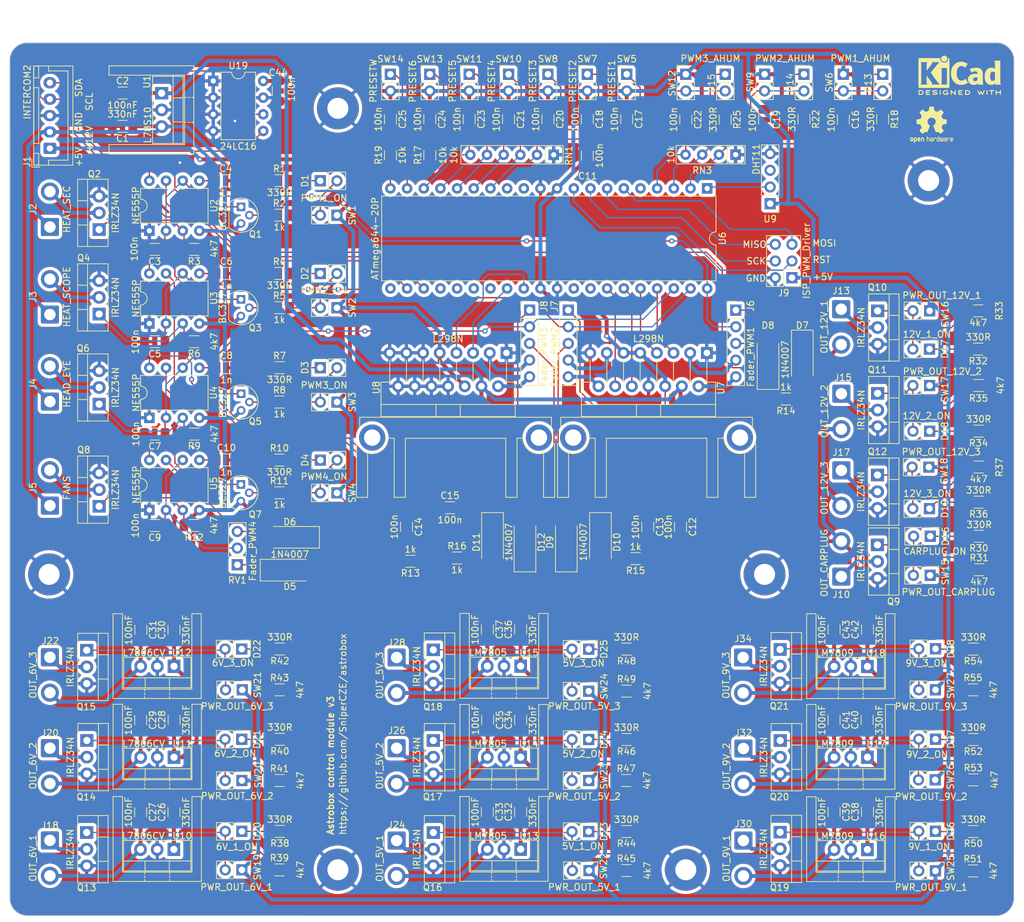
<source format=kicad_pcb>
(kicad_pcb (version 20240108) (generator "pcbnew") (generator_version "8.0")
  (title_block (title "Astrobox") (date "2024-04-13") (rev "1"))
  (layers (0 "F.Cu" signal) (31 "B.Cu" signal) (34 "B.Paste" user) (35 "F.Paste" user) (36 "B.SilkS" user "B.Silkscreen") (37 "F.SilkS" user "F.Silkscreen") (38 "B.Mask" user) (39 "F.Mask" user) (44 "Edge.Cuts" user))
  (net 0 "")
  (net 1 "+12V")
  (net 2 "GND")
  (net 3 "+10V")
  (net 4 "/PWM control plane/FADER1")
  (net 5 "Net-(U2-CV)")
  (net 6 "/PWM control plane/FADER2")
  (net 7 "Net-(U3-CV)")
  (net 8 "/PWM control plane/FADER3")
  (net 9 "Net-(U4-CV)")
  (net 10 "/PWM control plane/PWM_4 OUT")
  (net 11 "Net-(U5-CV)")
  (net 12 "+5V")
  (net 13 "Net-(J18-Pin_2)")
  (net 14 "Net-(J20-Pin_2)")
  (net 15 "Net-(J22-Pin_2)")
  (net 16 "Net-(J24-Pin_2)")
  (net 17 "Net-(J26-Pin_2)")
  (net 18 "Net-(J28-Pin_2)")
  (net 19 "Net-(J30-Pin_2)")
  (net 20 "Net-(J32-Pin_2)")
  (net 21 "Net-(J34-Pin_2)")
  (net 22 "Net-(D1-K)")
  (net 23 "Net-(D1-A)")
  (net 24 "Net-(D2-K)")
  (net 25 "Net-(D2-A)")
  (net 26 "Net-(D3-K)")
  (net 27 "Net-(D3-A)")
  (net 28 "Net-(D4-K)")
  (net 29 "Net-(D4-A)")
  (net 30 "Net-(D5-K)")
  (net 31 "/PWM control plane/PWM_4 555-7 OUT")
  (net 32 "Net-(D6-A)")
  (net 33 "Net-(D7-K)")
  (net 34 "/PWM control plane/PWM_1 555-7 OUT")
  (net 35 "Net-(D8-A)")
  (net 36 "/PWM control plane/PWM_2 555-7 OUT")
  (net 37 "Net-(D9-A)")
  (net 38 "Net-(D10-K)")
  (net 39 "Net-(D11-K)")
  (net 40 "/PWM control plane/PWM_3 555-7 OUT")
  (net 41 "Net-(D12-A)")
  (net 42 "Net-(D13-K)")
  (net 43 "Net-(D14-K)")
  (net 44 "Net-(D15-K)")
  (net 45 "Net-(D16-K)")
  (net 46 "Net-(D16-A)")
  (net 47 "Net-(D17-K)")
  (net 48 "Net-(D17-A)")
  (net 49 "Net-(D18-K)")
  (net 50 "Net-(D18-A)")
  (net 51 "Net-(D19-K)")
  (net 52 "Net-(D19-A)")
  (net 53 "Net-(D20-K)")
  (net 54 "Net-(D20-A)")
  (net 55 "Net-(D21-K)")
  (net 56 "Net-(D21-A)")
  (net 57 "Net-(D22-K)")
  (net 58 "Net-(D22-A)")
  (net 59 "Net-(D23-K)")
  (net 60 "Net-(D23-A)")
  (net 61 "Net-(D24-K)")
  (net 62 "Net-(D24-A)")
  (net 63 "Net-(D25-K)")
  (net 64 "Net-(D25-A)")
  (net 65 "Net-(D26-K)")
  (net 66 "Net-(D26-A)")
  (net 67 "Net-(D27-K)")
  (net 68 "Net-(D27-A)")
  (net 69 "Net-(D28-K)")
  (net 70 "Net-(D28-A)")
  (net 71 "/PWM control plane/SCL")
  (net 72 "/PWM control plane/SDA")
  (net 73 "Net-(J2-Pin_2)")
  (net 74 "Net-(J3-Pin_2)")
  (net 75 "Net-(J4-Pin_2)")
  (net 76 "Net-(J5-Pin_2)")
  (net 77 "Net-(J6-Pin_4)")
  (net 78 "Net-(J6-Pin_5)")
  (net 79 "Net-(J7-Pin_4)")
  (net 80 "Net-(J7-Pin_5)")
  (net 81 "Net-(J8-Pin_4)")
  (net 82 "Net-(J8-Pin_5)")
  (net 83 "Net-(J10-Pin_1)")
  (net 84 "Net-(J13-Pin_1)")
  (net 85 "Net-(J15-Pin_1)")
  (net 86 "Net-(J17-Pin_1)")
  (net 87 "Net-(J18-Pin_1)")
  (net 88 "Net-(J20-Pin_1)")
  (net 89 "Net-(J22-Pin_1)")
  (net 90 "Net-(J24-Pin_1)")
  (net 91 "Net-(J26-Pin_1)")
  (net 92 "Net-(J28-Pin_1)")
  (net 93 "Net-(J30-Pin_1)")
  (net 94 "Net-(J32-Pin_1)")
  (net 95 "Net-(J34-Pin_1)")
  (net 96 "Net-(Q1-C)")
  (net 97 "Net-(Q1-B)")
  (net 98 "Net-(Q2-G)")
  (net 99 "Net-(Q3-C)")
  (net 100 "Net-(Q3-B)")
  (net 101 "Net-(Q4-G)")
  (net 102 "Net-(Q5-C)")
  (net 103 "Net-(Q5-B)")
  (net 104 "Net-(Q6-G)")
  (net 105 "Net-(Q7-C)")
  (net 106 "Net-(Q7-B)")
  (net 107 "Net-(Q8-G)")
  (net 108 "/PWM control plane/DHT11")
  (net 109 "/PWM control plane/AUTOHUM1")
  (net 110 "/PWM control plane/AUTOHUM2")
  (net 111 "/PWM control plane/AUTOHUM3")
  (net 113 "/PWM control plane/MOSI")
  (net 114 "/PWM control plane/MISO")
  (net 115 "/PWM control plane/SCK")
  (net 116 "/PWM control plane/RST")
  (net 119 "/PWM control plane/PRESET1")
  (net 120 "/PWM control plane/PRESET2")
  (net 121 "/PWM control plane/PRESET3")
  (net 122 "/PWM control plane/PRESET4")
  (net 123 "/PWM control plane/PRESET5")
  (net 124 "/PWM control plane/PRESET6")
  (net 125 "/PWM control plane/PRESETW")
  (net 131 "Net-(U6-PC6)")
  (net 132 "Net-(U6-PC7)")
  (net 135 "Net-(U6-PA6)")
  (net 136 "Net-(U6-PA5)")
  (net 137 "Net-(U6-PA4)")
  (net 138 "Net-(U6-PA3)")
  (footprint "Package_TO_SOT_THT:TO-220-3_Vertical" (layer "F.Cu") (at 94.8436 109.982 180)
    (property "Reference" "U15")
    (property "Value" "LM7805")
  )
  (footprint "Capacitor_SMD:C_1206_3216Metric_Pad1.33x1.80mm_HandSolder" (layer "F.Cu") (at 119.2 88.7625 -90)
    (property "Reference" "C12")
    (property "Value" "100n")
  )
  (footprint "Package_TO_SOT_THT:TO-92" (layer "F.Cu") (at 52.218 82.296 -90)
    (property "Reference" "Q7")
    (property "Value" "BC327")
  )
  (footprint "Resistor_SMD:R_1206_3216Metric_Pad1.30x1.75mm_HandSolder" (layer "F.Cu") (at 58.0898 83.566)
    (property "Reference" "R11")
    (property "Value" "1k")
  )
  (footprint "Connector_PinHeader_2.54mm:PinHeader_1x02_P2.54mm_Vertical" (layer "F.Cu") (at 150 19.8)
    (property "Reference" "D13")
    (property "Value" "PWM1_AHUM")
  )
  (footprint "Capacitor_SMD:C_1206_3216Metric_Pad1.33x1.80mm_HandSolder" (layer "F.Cu") (at 77.45 88.75 -90)
    (property "Reference" "C14")
    (property "Value" "100n")
  )
  (footprint "Connector_PinHeader_2.54mm:PinHeader_1x02_P2.54mm_Vertical" (layer "F.Cu") (at 120 19.807)
    (property "Reference" "SW12")
    (property "Value" "PWM3_AUTOHUM")
  )
  (footprint "Resistor_SMD:R_1206_3216Metric_Pad1.30x1.75mm_HandSolder" (layer "F.Cu") (at 138 26.6452 -90)
    (property "Reference" "R22")
    (property "Value" "330R")
  )
  (footprint "Heatsink:Heatsink_Stonecold_HS-S03_13.21x12.7mm" (layer "F.Cu") (at 92.3036 114.7572 180)
    (property "Reference" "REF**")
    (property "Value" "Heatsink_Stonecold_HS-S03_13.21x12.7mm")
  )
  (footprint "Connector_Wire:SolderWire-1sqmm_1x02_P5.4mm_D1.4mm_OD2.7mm" (layer "F.Cu") (at 23.125 108.625 -90)
    (property "Reference" "J22")
    (property "Value" "OUT_6V_3")
  )
  (footprint "Connector_Wire:SolderWire-1sqmm_1x02_P5.4mm_D1.4mm_OD2.7mm" (layer "F.Cu") (at 128.778 136.5504 -90)
    (property "Reference" "J30")
    (property "Value" "OUT_9V_1")
  )
  (footprint "Connector_PinHeader_2.54mm:PinHeader_1x02_P2.54mm_Vertical" (layer "F.Cu") (at 132 19.8)
    (property "Reference" "SW9")
    (property "Value" "PWM2_AUTOHUM")
  )
  (footprint "Capacitor_SMD:C_1206_3216Metric_Pad1.33x1.80mm_HandSolder" (layer "F.Cu") (at 147.6756 104.4063 90)
    (property "Reference" "C42")
    (property "Value" "330nF")
  )
  (footprint "Connector_PinHeader_2.54mm:PinHeader_1x02_P2.54mm_Vertical" (layer "F.Cu") (at 144 19.8)
    (property "Reference" "SW6")
    (property "Value" "PWM1_AUTOHUM")
  )
  (footprint "Resistor_SMD:R_1206_3216Metric_Pad1.30x1.75mm_HandSolder" (layer "F.Cu") (at 110.9732 107.3912 180)
    (property "Reference" "R48")
    (property "Value" "330R")
  )
  (footprint "Connector_PinHeader_2.54mm:PinHeader_1x04_P2.54mm_Vertical" (layer "F.Cu") (at 132.85 39.52 180)
    (property "Reference" "U9")
    (property "Value" "DHT11")
  )
  (footprint "Resistor_SMD:R_1206_3216Metric_Pad1.30x1.75mm_HandSolder" (layer "F.Cu") (at 85.15 93.5)
    (property "Reference" "R16")
    (property "Value" "1k")
  )
  (footprint "Package_TO_SOT_THT:TO-220-3_Vertical" (layer "F.Cu") (at 30.625 85.63 90)
    (property "Reference" "Q8")
    (property "Value" "IRLZ34N")
  )
  (footprint "MountingHole:MountingHole_3.2mm_M3_Pad" (layer "F.Cu") (at 132 96)
    (property "Reference" "REF**")
    (property "Value" "MountingHole_3.2mm_M3_Pad")
  )
  (footprint "Resistor_SMD:R_1206_3216Metric_Pad1.30x1.75mm_HandSolder" (layer "F.Cu") (at 58.1152 113.5888)
    (property "Reference" "R43")
    (property "Value" "4k7")
  )
  (footprint "Diode_SMD:D_SMA_Handsoldering" (layer "F.Cu") (at 95.5 91.1 90)
    (property "Reference" "D12")
    (property "Value" "1N4007")
  )
  (footprint "Resistor_SMD:R_1206_3216Metric_Pad1.30x1.75mm_HandSolder" (layer "F.Cu") (at 58.1152 64.516)
    (property "Reference" "R7")
    (property "Value" "330R")
  )
  (footprint "Package_DIP:DIP-40_W15.24mm" (layer "F.Cu") (at 123.26 37.2 -90)
    (property "Reference" "U6")
    (property "Value" "ATmega644-20P")
  )
  (footprint "Package_TO_SOT_THT:TO-92" (layer "F.Cu") (at 52.2224 54.102 -90)
    (property "Reference" "Q3")
    (property "Value" "BC327")
  )
  (footprint "Connector_PinHeader_2.54mm:PinHeader_1x02_P2.54mm_Vertical" (layer "F.Cu") (at 52.3748 127.403938 -90)
    (property "Reference" "SW20")
    (property "Value" "PWR_OUT_6V_2")
  )
  (footprint "Heatsink:Heatsink_Stonecold_HS-S03_13.21x12.7mm" (layer "F.Cu") (at 39.455 114.8 180)
    (property "Reference" "REF**")
    (property "Value" "Heatsink_Stonecold_HS-S03_13.21x12.7mm")
  )
  (footprint "Connector_Wire:SolderWire-1sqmm_1x02_P5.4mm_D1.4mm_OD2.7mm" (layer "F.Cu") (at 75.946 108.6612 -90)
    (property "Reference" "J28")
    (property "Value" "OUT_5V_3")
  )
  (footprint "Connector_Wire:SolderWire-1sqmm_1x02_P5.4mm_D1.4mm_OD2.7mm" (layer "F.Cu") (at 75.946 136.5504 -90)
    (property "Reference" "J24")
    (property "Value" "OUT_5V_1")
  )
  (footprint "Capacitor_SMD:C_1206_3216Metric_Pad1.33x1.80mm_HandSolder" (layer "F.Cu") (at 94.8436 132.1939 90)
    (property "Reference" "C32")
    (property "Value" "330nF")
  )
  (footprint "Package_TO_SOT_THT:TO-220-3_Vertical" (layer "F.Cu") (at 134.366 135.2804 -90)
    (property "Reference" "Q19")
    (property "Value" "IRLZ34N")
  )
  (footprint "Resistor_SMD:R_1206_3216Metric_Pad1.30x1.75mm_HandSolder" (layer "F.Cu") (at 58.0898 41.275)
    (property "Reference" "R2")
    (property "Value" "1k")
  )
  (footprint "Connector_PinHeader_2.54mm:PinHeader_1x02_P2.54mm_Vertical" (layer "F.Cu") (at 158.0438 107.3404 -90)
    (property "Reference" "D28")
    (property "Value" "9V_3_ON")
  )
  (footprint "Capacitor_SMD:C_1206_3216Metric_Pad1.33x1.80mm_HandSolder" (layer "F.Cu") (at 87 26.6577 -90)
    (property "Reference" "C23")
    (property "Value" "100n")
  )
  (footprint "Capacitor_SMD:C_1206_3216Metric_Pad1.33x1.80mm_HandSolder" (layer "F.Cu") (at 39.1 60.55 180)
    (property "Reference" "C5")
    (property "Value" "100n")
  )
  (footprint "Connector_PinHeader_2.54mm:PinHeader_1x02_P2.54mm_Vertical" (layer "F.Cu") (at 138 19.807)
    (property "Reference" "D14")
    (property "Value" "PWM2_AHUM")
  )
  (footprint "Capacitor_SMD:C_1206_3216Metric_Pad1.33x1.80mm_HandSolder" (layer "F.Cu") (at 57.912 22.352 -90)
    (property "Reference" "C44")
    (property "Value" "100n")
  )
  (footprint "Capacitor_SMD:C_1206_3216Metric_Pad1.33x1.80mm_HandSolder" (layer "F.Cu") (at 81 26.6577 -90)
    (property "Reference" "C24")
    (property "Value" "100n")
  )
  (footprint "Resistor_SMD:R_1206_3216Metric_Pad1.30x1.75mm_HandSolder" (layer "F.Cu") (at 163.8052 135.1788 180)
    (property "Reference" "R50")
    (property "Value" "330R")
  )
  (footprint "Resistor_SMD:R_1206_3216Metric_Pad1.30x1.75mm_HandSolder" (layer "F.Cu") (at 45.085 88.5444 180)
    (property "Reference" "R12")
    (property "Value" "4k7")
  )
  (footprint "Package_TO_SOT_THT:TO-220-3_Vertical" (layer "F.Cu") (at 81.534 135.3312 -90)
    (property "Reference" "Q16")
    (property "Value" "IRLZ34N")
  )
  (footprint "Resistor_SMD:R_1206_3216Metric_Pad1.30x1.75mm_HandSolder" (layer "F.Cu") (at 58.0892 141.0208)
    (property "Reference" "R39")
    (property "Value" "4k7")
  )
  (footprint "Capacitor_SMD:C_1206_3216Metric_Pad1.33x1.80mm_HandSolder" (layer "F.Cu") (at 94.8436 104.394 90)
    (property "Reference" "C36")
    (property "Value" "330nF")
  )
  (footprint "Resistor_SMD:R_1206_3216Metric_Pad1.30x1.75mm_HandSolder" (layer "F.Cu") (at 58.0898 69.7484)
    (property "Reference" "R8")
    (property "Value" "1k")
  )
  (footprint "Connector_PinHeader_2.54mm:PinHeader_1x02_P2.54mm_Vertical" (layer "F.Cu") (at 81 19.812)
    (property "Reference" "SW13")
    (property "Value" "PRESET6")
  )
  (footprint "Capacitor_SMD:C_1206_3216Metric_Pad1.33x1.80mm_HandSolder" (layer "F.Cu") (at 142.5956 104.4063 -90)
    (property "Reference" "C43")
    (property "Value" "100nF")
  )
  (footprint "Capacitor_SMD:C_1206_3216Metric_Pad1.33x1.80mm_HandSolder" (layer "F.Cu") (at 105 26.6625 -90)
    (property "Reference" "C18")
    (property "Value" "100n")
  )
  (footprint "Package_TO_SOT_THT:TO-220-3_Vertical" (layer "F.Cu") (at 134.366 107.442 -90)
    (property "Reference" "Q21")
    (property "Value" "IRLZ34N")
  )
  (footprint "Heatsink:Heatsink_Stonecold_HS-S03_13.21x12.7mm" (layer "F.Cu") (at 92.3036 128.6256 180)
    (property "Reference" "REF**")
    (property "Value" "Heatsink_Stonecold_HS-S03_13.21x12.7mm")
  )
  (footprint "Resistor_SMD:R_1206_3216Metric_Pad1.30x1.75mm_HandSolder" (layer "F.Cu") (at 58.0898 55.372)
    (property "Reference" "R5")
    (property "Value" "1k")
  )
  (footprint "Package_TO_SOT_THT:TO-220-3_Vertical" (layer "F.Cu") (at 94.8436 123.8504 180)
    (property "Reference" "U14")
    (property "Value" "LM7805")
  )
  (footprint "Connector_PinHeader_2.54mm:PinHeader_1x02_P2.54mm_Vertical" (layer "F.Cu") (at 66.8578 55.372 -90)
    (property "Reference" "SW2")
    (property "Value" "PWM2_ON")
  )
  (footprint "Capacitor_SMD:C_1206_3216Metric_Pad1.33x1.80mm_HandSolder" (layer "F.Cu") (at 144 26.7125 -90)
    (property "Reference" "C16")
    (property "Value" "100n")
  )
  (footprint "Capacitor_SMD:C_1206_3216Metric_Pad1.33x1.80mm_HandSolder" (layer "F.Cu") (at 93 26.6577 -90)
    (property "Reference" "C21")
    (property "Value" "100n")
  )
  (footprint "Connector_PinHeader_2.54mm:PinHeader_1x02_P2.54mm_Vertical" (layer "F.Cu") (at 157.15 55.85 -90)
    (property "Reference" "SW16")
    (property "Value" "PWR_OUT_12V_1")
  )
  (footprint "Connector_PinHeader_2.54mm:PinHeader_1x02_P2.54mm_Vertical" (layer "F.Cu") (at 66.8578 69.7484 -90)
    (property "Reference" "SW3")
    (property "Value" "PWM3_ON")
  )
  (footprint "Resistor_SMD:R_1206_3216Metric_Pad1.30x1.75mm_HandSolder" (layer "F.Cu") (at 110.9732 135.1788 180)
    (property "Reference" "R44")
    (property "Value" "330R")
  )
  (footprint "Connector_PinHeader_2.54mm:PinHeader_1x02_P2.54mm_Vertical" (layer "F.Cu") (at 87 19.807)
    (property "Reference" "SW11")
    (property "Value" "PRESET5")
  )
  (footprint "Resistor_SMD:R_1206_3216Metric_Pad1.30x1.75mm_HandSolder" (layer "F.Cu") (at 163.7544 113.5888)
    (property "Reference" "R55")
    (property "Value" "4k7")
  )
  (footprint "Capacitor_SMD:C_1206_3216Metric_Pad1.33x1.80mm_HandSolder" (layer "F.Cu") (at 49.9995 64.516)
    (property "Reference" "C8")
    (property "Value" "1n")
  )
  (footprint "Package_TO_SOT_THT:TO-220-3_Vertical" (layer "F.Cu") (at 28.725 135.325 -90)
    (property "Reference" "Q13")
    (property "Value" "IRLZ34N")
  )
  (footprint "Connector_Wire:SolderWire-1sqmm_1x02_P5.4mm_D1.4mm_OD2.7mm" (layer "F.Cu") (at 23.125 85.525 90)
    (property "Reference" "J5")
    (property "Value" "FANS")
  )
  (footprint "Package_TO_SOT_THT:TO-220-15_P2.54x2.54mm_StaggerOdd_Lead4.58mm_Vertical" (layer "F.Cu") (at 123.21 62.2575 180)
    (property "Reference" "U7")
    (property "Value" "L298N")
  )
  (footprint "Resistor_SMD:R_1206_3216Metric_Pad1.30x1.75mm_HandSolder" (layer "F.Cu") (at 164.625 85 180)
    (property "Reference" "R36")
    (property "Value" "330R")
  )
  (footprint "Capacitor_SMD:C_1206_3216Metric_Pad1.33x1.80mm_HandSolder" (layer "F.Cu") (at 39.1 88.55 180)
    (property "Reference" "C9")
    (property "Value" "100n")
  )
  (footprint "Package_TO_SOT_THT:TO-220-3_Vertical" (layer "F.Cu") (at 94.8436 137.8712 180)
    (property "Reference" "U13")
    (property "Value" "LM7805")
  )
  (footprint "Package_TO_SOT_THT:TO-92" (layer "F.Cu") (at 52.2434 40.005 -90)
    (property "Reference" "Q1")
    (property "Value" "BC327")
  )
  (footprint "Connector_PinHeader_2.54mm:PinHeader_1x02_P2.54mm_Vertical" (layer "F.Cu") (at 158.0388 141.1732 -90)
    (property "Reference" "SW25")
    (property "Value" "PWR_OUT_9V_1")
  )
  (footprint "Package_TO_SOT_THT:TO-220-3_Vertical" (layer "F.Cu") (at 30.62 56.34 90)
    (property "Reference" "Q4")
    (property "Value" "IRLZ34N")
  )
  (footprint "Connector_PinHeader_2.54mm:PinHeader_1x02_P2.54mm_Vertical" (layer "F.Cu") (at 157.14 67.225 -90)
    (property "Reference" "SW17")
    (property "Value" "PWR_OUT_12V_2")
  )
  (footprint "Capacitor_SMD:C_1206_3216Metric_Pad1.33x1.80mm_HandSolder" (layer "F.Cu") (at 50.0126 78.5622)
    (property "Reference" "C10")
    (property "Value" "1n")
  )
  (footprint "Package_TO_SOT_THT:TO-92" (layer "F.Cu") (at 52.2478 68.4784 -90)
    (property "Reference" "Q5")
    (property "Value" "BC327")
  )
  (footprint "Heatsink:Heatsink_Stonecold_HS-S03_13.21x12.7mm" (layer "F.Cu") (at 44.9384 25.2368 -90)
    (property "Reference" "REF**")
    (property "Value" "Heatsink_Stonecold_HS-S03_13.21x12.7mm")
  )
  (footprint "Connector_PinHeader_2.54mm:PinHeader_1x02_P2.54mm_Vertical" (layer "F.Cu") (at 64.3332 78.5876 90)
    (property "Reference" "D4")
    (property "Value" "PWM4_ON")
  )
  (footprint "Heatsink:Heatsink_Stonecold_HS-S03_13.21x12.7mm" (layer "F.Cu") (at 145.1356 128.6256 180)
    (property "Reference" "REF**")
    (property "Value" "Heatsink_Stonecold_HS-S03_13.21x12.7mm")
  )
  (footprint "Package_TO_SOT_THT:TO-220-15_P2.54x2.54mm_StaggerOdd_Lead4.58mm_Vertical" (layer "F.Cu") (at 92.675 62.2575 180)
    (property "Reference" "U8")
    (property "Value" "L298N")
  )
  (footprint "Capacitor_SMD:C_1206_3216Metric_Pad1.33x1.80mm_HandSolder" (layer "F.Cu") (at 34.1884 27.7368 180)
    (property "Reference" "C1")
    (property "Value" "330nF")
  )
  (footprint "Heatsink:Heatsink_Stonecold_HS-S03_13.21x12.7mm" (layer "F.Cu") (at 145.1356 114.808 180)
    (property "Reference" "REF**")
    (property "Value" "Heatsink_Stonecold_HS-S03_13.21x12.7mm")
  )
  (footprint "Resistor_SMD:R_1206_3216Metric_Pad1.30x1.75mm_HandSolder" (layer "F.Cu") (at 164.6 67.225)
    (property "Reference" "R35")
    (property "Value" "4k7")
  )
  (footprint "Connector_PinHeader_2.54mm:PinHeader_1x02_P2.54mm_Vertical" (layer "F.Cu") (at 99 19.807)
    (property "Reference" "SW8")
    (property "Value" "PRESET3")
  )
  (footprint "Resistor_THT:R_Array_SIP6" (layer "F.Cu") (at 99.875 32.075 180)
    (property "Reference" "RN1")
    (property "Value" "10k")
  )
  (footprint "Connector_PinHeader_2.54mm:PinHeader_1x05_P2.54mm_Vertical" (layer "F.Cu") (at 127.625 55.74)
    (property "Reference" "J6")
    (property "Value" "Fader_PWM1")
  )
  (footprint "Capacitor_SMD:C_1206_3216Metric_Pad1.33x1.80mm_HandSolder" (layer "F.Cu") (at 132 26.7125 -90)
    (property "Reference" "C19")
    (property "Value" "100n")
  )
  (footprint "Connector_PinHeader_2.54mm:PinHeader_1x02_P2.54mm_Vertical" (layer "F.Cu") (at 64.3128 64.516 90)
    (property "Reference" "D3")
    (property "Value" "PWM3_ON")
  )
  (footprint "Connector_PinHeader_2.54mm:PinHeader_2x03_P2.54mm_Vertical" (layer "F.Cu") (at 136.175 50.8 180)
    (property "Reference" "J9")
    (property "Value" "ISP_PWM_Driver")
  )
  (footprint "Resistor_SMD:R_1206_3216Metric_Pad1.30x1.75mm_HandSolder" (layer "F.Cu") (at 163.8052 127.3048)
    (property "Reference" "R53")
    (property "Value" "4k7")
  )
  (footprint "Connector_PinHeader_2.54mm:PinHeader_1x02_P2.54mm_Vertical" (layer "F.Cu") (at 52.35 121.125 -90)
    (property "Reference" "D21")
    (property "Value" "6V_2_ON")
  )
  (footprint "Resistor_SMD:R_1206_3216Metric_Pad1.30x1.75mm_HandSolder" (layer "F.Cu") (at 58.1152 36.0172)
    (property "Reference" "R1")
    (property "Value" "330R")
  )
  (footprint "Capacitor_SMD:C_1206_3216Metric_Pad1.33x1.80mm_HandSolder" (layer "F.Cu") (at 89.8144 118.1731 -90)
    (property "Reference" "C35")
    (property "Value" "100nF")
  )
  (footprint "Connector_PinHeader_2.54mm:PinHeader_1x02_P2.54mm_Vertical" (layer "F.Cu") (at 158.0438 121.1072 -90)
    (property "Reference" "D27")
    (property "Value" "9V_2_ON")
  )
  (footprint "Connector_Wire:SolderWire-1sqmm_1x02_P5.4mm_D1.4mm_OD2.7mm" (layer "F.Cu") (at 143.695 96.34 90)
    (property "Reference" "J10")
    (property "Value" "OUT_CARPLUG")
  )
  (footprint "Connector_PinHeader_2.54mm:PinHeader_1x02_P2.54mm_Vertical" (layer "F.Cu") (at 157.245 90.19 -90)
    (property "Reference" "D16")
    (property "Value" "CARPLUG_ON")
  )
  (footprint "Resistor_SMD:R_1206_3216Metric_Pad1.30x1.75mm_HandSolder" (layer "F.Cu") (at 164.695 95.29)
    (property "Reference" "R31")
    (property "Value" "4k7")
  )
  (footprint "Package_TO_SOT_THT:TO-220-3_Vertical" (layer "F.Cu") (at 28.73 107.553938 -90)
    (property "Reference" "Q15")
    (property "Value" "IRLZ34N")
  )
  (footprint "Connector_PinHeader_2.54mm:PinHeader_1x02_P2.54mm_Vertical" (layer "F.Cu") (at 157.125 61.675 -90)
    (property "Reference" "D17")
    (property "Value" "12V_1_ON")
  )
  (footprint "Package_TO_SOT_THT:TO-220-3_Vertical" (layer "F.Cu") (at 42.03 110 180)
    (property "Reference" "U12")
    (property "Value" "L7806CV")
  )
  (footprint "Package_TO_SOT_THT:TO-220-3_Vertical" (layer "F.Cu") (at 149.225 68.42 -90)
    (property "Reference" "Q11")
    (property "Value" "IRLZ34N")
  )
  (footprint "Capacitor_SMD:C_1206_3216Metric_Pad1.33x1.80mm_HandSolder" (layer "F.Cu") (at 84.074 85.852)
    (property "Reference" "C15")
    (property "Value" "100n")
  )
  (footprint "Connector_Wire:SolderWire-1sqmm_1x02_P5.4mm_D1.4mm_OD2.7mm" (layer "F.Cu") (at 23.125 122.475 -90)
    (property "Reference" "J20")
    (property "Value" "OUT_6V_2")
  )
  (footprint "Connector_PinHeader_2.54mm:PinHeader_1x02_P2.54mm_Vertical" (layer "F.Cu") (at 105.2118 113.792 -90)
    (property "Reference" "SW24")
    (property "Value" "PWR_OUT_5V_3")
  )
  (footprint "Heatsink:Heatsink_Stonecold_HS-S03_13.21x12.7mm" (layer "F.Cu") (at 92.3036 142.6464 180)
    (property "Reference" "REF**")
    (property "Value" "Heatsink_Stonecold_HS-S03_13.21x12.7mm")
  )
  (footprint "Connector_PinHeader_2.54mm:PinHeader_1x02_P2.54mm_Vertical" (layer "F.Cu") (at 64.3078 50.165 90)
    (property "Reference" "D2")
    (property "Value" "PWM2_ON")
  )
  (footprint "Connector_PinHeader_2.54mm:PinHeader_1x02_P2.54mm_Vertical" (layer "F.Cu") (at 105 19.807)
    (property "Reference" "SW7")
    (property "Value" "PRESET2")
  )
  (footprint "Connector_PinHeader_2.54mm:PinHeader_1x02_P2.54mm_Vertical" (layer "F.Cu") (at 126 19.807)
    (property "Reference" "D15")
    (property "Value" "PWM3_AHUM")
  )
  (footprint "Capacitor_SMD:C_1206_3216Metric_Pad1.33x1.80mm_HandSolder" (layer "F.Cu") (at 36.95 132.225 -90)
    (property "Reference" "C27")
    (property "Value" "100nF")
  )
  (footprint "Package_TO_SOT_THT:TO-220-3_Vertical" (layer "F.Cu") (at 42.005 137.9 180)
    (property "Reference" "U10")
    (property "Value" "L7806CV")
  )
  (footprint "Connector_PinHeader_2.54mm:PinHeader_1x02_P2.54mm_Vertical" (layer "F.Cu") (at 66.8578 41.275 -90)
    (property "Reference" "SW1")
    (property "Value" "PWM1_ON")
  )
  (footprint "Capacitor_SMD:C_1206_3216Metric_Pad1.33x1.80mm_HandSolder" (layer "F.Cu") (at 49.9995 50.165)
    (property "Reference" "C6")
    (property "Value" "1n")
  )
  (footprint "Diode_SMD:D_SMA_Handsoldering" (layer "F.Cu") (at 137.75 63.3 -90)
    (property "Reference" "D7")
    (property "Value" "1N4007")
  )
  (footprint "Resistor_SMD:R_1206_3216Metric_Pad1.30x1.75mm_HandSolder" (layer "F.Cu") (at 45.1104 74.6252 180)
    (property "Reference" "R9")
    (property "Value" "4k7")
  )
  (footprint "Capacitor_SMD:C_1206_3216Metric_Pad1.33x1.80mm_HandSolder" (layer "F.Cu") (at 147.6756 132.1816 90)
    (property "Reference" "C38")
    (property "Value" "330nF")
  )
  (footprint "Package_DIP:DIP-8_W7.62mm" (layer "F.Cu") (at 48.006 20.828)
    (property "Reference" "U19")
    (property "Value" "24LC16")
  )
  (footprint "Resistor_SMD:R_1206_3216Metric_Pad1.30x1.75mm_HandSolder" (layer "F.Cu") (at 126 26.7 -90)
    (property "Reference" "R25")
    (property "Value" "330R")
  )
  (footprint "Capacitor_SMD:C_1206_3216Metric_Pad1.33x1.80mm_HandSolder" (layer "F.Cu") (at 89.7636 132.1939 -90)
    (property "Reference" "C33")
    (property "Value" "100nF")
  )
  (footprint "Symbol:KiCad-Logo2_5mm_SilkScreen" (layer "F.Cu") (at 161.725 19.95)
    (property "Reference" "REF**" (hide yes))
    (property "Value" "KiCad-Logo2_5mm_SilkScreen" (hide yes))
  )
  (footprint "Capacitor_SMD:C_1206_3216Metric_Pad1.33x1.80mm_HandSolder" (layer "F.Cu") (at 142.5956 132.1939 -90)
    (property "Reference" "C39")
    (property "Value" "100nF")
  )
  (footprint "Connector_PinHeader_2.54mm:PinHeader_1x05_P2.54mm_Vertical" (layer "F.Cu") (at 96.2 55.73)
    (property "Reference" "J8")
    (property "Value" "Fader_PWM3")
  )
  (footprint "MountingHole:MountingHole_3.2mm_M3_Pad" (layer "F.Cu") (at 157 36)
    (property "Reference" "REF**")
    (property "Value" "MountingHole_3.2mm_M3_Pad")
  )
  (footprint "Capacitor_SMD:C_1206_3216Metric_Pad1.33x1.80mm_HandSolder" (layer "F.Cu") (at 99 26.6625 -90)
    (property "Reference" "C20")
    (property "Value" "100n")
  )
  (footprint "Capacitor_SMD:C_1206_3216Metric_Pad1.33x1.80mm_HandSolder" (layer "F.Cu") (at 39.0875 46.482 180)
    (property "Reference" "C3")
    (property "Value" "100n")
  )
  (footprint "Diode_SMD:D_SMA_Handsoldering" (layer "F.Cu") (at 101.8 91.1 90)
    (property "Reference" "D9")
    (property "Value" "1N4007")
  )
  (footprint "Package_TO_SOT_THT:TO-220-3_Vertical" (layer "F.Cu") (at 134.3862 121.3104 -90)
    (property "Reference" "Q20")
    (property "Value" "IRLZ34N")
  )
  (footprint "Resistor_SMD:R_1206_3216Metric_Pad1.30x1.75mm_HandSolder" (layer "F.Cu") (at 110.9472 141.1224)
    (property "Reference" "R45")
    (property "Value" "4k7")
  )
  (footprint "Resistor_SMD:R_1206_3216Metric_Pad1.30x1.75mm_HandSolder" (layer "F.Cu") (at 58.1152 127.4064)
    (property "Reference" "R41")
    (property "Value" "4k7")
  )
  (footprint "Package_TO_SOT_THT:TO-220-3_Vertical" (layer "F.Cu") (at 30.62 43.465 90)
    (property "Reference" "Q2")
    (property "Value" "IRLZ34N")
  )
  (footprint "Connector_PinHeader_2.54mm:PinHeader_1x02_P2.54mm_Vertical" (layer "F.Cu") (at 64.3078 36.0426 90)
    (property "Reference" "D1")
    (property "Value" "PWM1_ON")
  )
  (footprint "Capacitor_SMD:C_1206_3216Metric_Pad1.33x1.80mm_HandSolder" (layer "F.Cu") (at 42.025 104.4625 90)
    (property "Reference" "C30")
    (property "Value" "330nF")
  )
  (footprint "Heatsink:Heatsink_Stonecold_HS-S03_13.21x12.7mm" (layer "F.Cu") (at 39.475 128.6 180)
    (property "Reference" "REF**")
    (property "Value" "Heatsink_Stonecold_HS-S03_13.21x12.7mm")
  )
  (footprint "Package_TO_SOT_THT:TO-220-3_Vertical" (layer "F.Cu") (at 149.225 55.85 -90)
    (property "Reference" "Q10")
    (property "Value" "IRLZ34N")
  )
  (footprint "Resistor_SMD:R_1206_3216Metric_Pad1.30x1.75mm_HandSolder" (layer "F.Cu") (at 164.55 55.85)
    (property "Reference" "R33")
    (property "Value" "4k7")
  )
  (footprint "Connector_PinHeader_2.54mm:PinHeader_1x02_P2.54mm_Vertical" (layer "F.Cu") (at 157.22 96.14 -90)
    (property "Reference" "SW15")
    (property "Value" "PWR_OUT_CARPLUG")
  )
  (footprint "Connector_Wire:SolderWire-1sqmm_1x02_P5.4mm_D1.4mm_OD2.7mm" (layer "F.Cu") (at 23.125 56.415 90)
    (property "Reference" "J3")
    (property "Value" "HEAT_SCOPE")
  )
  (footprint "Package_TO_SOT_THT:TO-220-3_Vertical" (layer "F.Cu") (at 149.2 91.5 -90)
    (property "Reference" "Q9")
    (property "Value" "IRLZ34N")
  )
  (footprint "Capacitor_SMD:C_1206_3216Metric_Pad1.33x1.80mm_HandSolder" (layer "F.Cu") (at 94.8436 118.1731 90)
    (property "Reference" "C34")
    (property "Value" "330nF")
  )
  (footprint "Heatsink:Heatsink_Stonecold_HS-S03_13.21x12.7mm" (layer "F.Cu") (at 39.476 142.666062 180)
    (property "Reference" "REF**")
    (property "Value" "Heatsink_Stonecold_HS-S03_13.21x12.7mm")
  )
  (footprint "Resistor_SMD:R_1206_3216Metric_Pad1.30x1.75mm_HandSolder" (layer "F.Cu") (at 45.1104 60.5536 180)
    (property "Reference" "R6")
    (property "Value" "4k7")
  )
  (footprint "Capacitor_SMD:C_1206_3216Metric_Pad1.33x1.80mm_HandSolder" (layer "F.Cu") (at 120 26.7125 -90)
    (property "Reference" "C22")
    (property "Value" "100n")
  )
  (footprint "Capacitor_SMD:C_1206_3216Metric_Pad1.33x1.80mm_HandSolder" (layer "F.Cu") (at 111 26.6625 -90)
    (property "Reference" "C17")
    (property "Value" "100n")
  )
  (footprint "Capacitor_SMD:C_1206_3216Metric_Pad1.33x1.80mm_HandSolder" (layer "F.Cu") (at 49.911 36.0172)
    (property "Reference" "C4")
    (property "Value" "1n")
  )
  (footprint "Capacitor_SMD:C_1206_3216Metric_Pad1.33x1.80mm_HandSolder" (layer "F.Cu") (at 75 26.6577 -90)
    (property "Reference" "C25")
    (property "Value" "100n")
  )
  (footprint "Connector_Wire:SolderWire-1sqmm_1x02_P5.4mm_D1.4mm_OD2.7mm" (layer "F.Cu") (at 23.125 69.675 90)
    (property "Reference" "J4")
    (property "Value" "HEAD_EYE")
  )
  (footprint "Resistor_SMD:R_1206_3216Metric_Pad1.30x1.75mm_HandSolder" (layer "F.Cu") (at 75 32.125 90)
    (property "Reference" "R19")
    (property "Value" "10k")
  )
  (footprint "Package_TO_SOT_THT:TO-220-3_Vertical" (layer "F.Cu") (at 28.755 121.303938 -90)
    (property "Reference" "Q14")
    (property "Value" "IRLZ34N")
  )
  (footprint "Connector_Wire:SolderWire-1sqmm_1x02_P5.4mm_D1.4mm_OD2.7mm" (layer "F.Cu") (at 23.125 136.525 -90)
    (property "Reference" "J18")
    (property "Value" "OUT_6V_1")
  )
  (footprint "Connector_PinHeader_2.54mm:PinHeader_1x02_P2.54mm_Vertical" (layer "F.Cu") (at 66.8528 83.5914 -90)
    (property "Reference" "SW4")
    (property "Value" "PWM4_ON")
  )
  (footprint "Package_DIP:DIP-8_W7.62mm" (layer "F.Cu") (at 38.275 43.65 90)
    (property "Reference" "U2")
    (property "Value" "NE555P")
  )
  (footprint "Resistor_SMD:R_1206_3216Metric_Pad1.30x1.75mm_HandSolder" (layer "F.Cu") (at 110.972 113.792)
    (property "Reference" "R49")
    (property "Value" "4k7")
  )
  (footprint "Resistor_SMD:R_1206_3216Metric_Pad1.30x1.75mm_HandSolder" (layer "F.Cu") (at 110.9212 127.4064)
    (property "Reference" "R47")
    (property "Value" "4k7")
  )
  (footprint "Capacitor_SMD:C_1206_3216Metric_Pad1.33x1.80mm_HandSolder" (layer "F.Cu") (at 114.2 88.7625 -90)
    (property "Reference" "C13")
    (property "Value" "100n")
  )
  (footprint "Connector_PinHeader_2.54mm:PinHeader_1x02_P2.54mm_Vertical" (layer "F.Cu") (at 75 19.812)
    (property "Reference" "SW14")
    (property "Value" "PRESETW")
  )
  (footprint "Resistor_SMD:R_1206_3216Metric_Pad1.30x1.75mm_HandSolder" (layer "F.Cu") (at 150 26.65 -90)
    (property "Reference" "R18")
    (property "Value" "330R")
  )
  (footprint "Connector_PinHeader_2.54mm:PinHeader_1x02_P2.54mm_Vertical" (layer "F.Cu") (at 157.15 74.175 -90)
    (property "Reference" "D18")
    (property "Value" "12V_2_ON")
  )
  (footprint "Package_TO_SOT_THT:TO-220-3_Vertical" (layer "F.Cu") (at 30.625 70.065 90)
    (property "Reference" "Q6")
    (property "Value" "IRLZ34N")
  )
  (footprint "Package_TO_SOT_THT:TO-220-3_Vertical" (layer "F.Cu") (at 40.1434 22.6968 -90)
    (property "Reference" "U1")
    (property "Value" "L78S10")
  )
  (footprint "Connector_Wire:SolderWire-1sqmm_1x02_P5.4mm_D1.4mm_OD2.7mm" (layer "F.Cu") (at 23.125 43.075 90)
    (property "Reference" "J2")
    (property "Value" "HEAT_SEC")
  )
  (footprint "Connector_PinHeader_2.54mm:PinHeader_1x02_P2.54mm_Vertical" (layer "F.Cu") (at 52.375 135.15 -90)
    (property "Reference" "D20")
    (property "Value" "6V_1_ON")
  )
  (footprint "Diode_SMD:D_SMA_Handsoldering" (layer "F.Cu") (at 132.525 63.3 90)
    (property "Reference" "D8")
    (property "Value" "1N4007")
  )
  (footprint "Connector_PinHeader_2.54mm:PinHeader_1x02_P2.54mm_Vertical" (layer "F.Cu") (at 158.0388 113.5888 -90)
    (property "Reference" "SW27")
    (property "Value" "PWR_OUT_9V_3")
  )
  (footprint "Capacitor_SMD:C_1206_3216Metric_Pad1.33x1.80mm_HandSolder" (layer "F.Cu") (at 34.1884 22.6618)
    (property "Reference" "C2")
    (property "Value" "100nF")
  )
  (footprint "" (layer "F.Cu") (at 120 141)
    (property "Reference" "")
    (property "Value" "")
  )
  (footprint "Diode_SMD:D_SMA_Handsoldering" (layer "F.Cu") (at 59.675 95.35)
    (property "Reference" "D5")
    (property "Value" "1N4007")
  )
  (footprint "Connector_PinHeader_2.54mm:PinHeader_1x02_P2.54mm_Vertical" (layer "F.Cu") (at 158.0388 135.128 -90)
    (property "Reference" "D26")
    (property "Value" "9V_1_ON")
  )
  (footprint "Capacitor_SMD:C_1206_3216Metric_Pad1.33x1.80mm_HandSolder" (layer "F.Cu") (at 89.7636 104.394 -90)
    (property "Reference" "C37")
    (property "Value" "100nF")
  )
  (footprint "Connector_Wire:SolderWire-1sqmm_1x02_P5.4mm_D1.4mm_OD2.7mm" (layer "F.Cu") (at 143.675 55.6 -90)
    (property "Reference" "J13")
    (property "Value" "OUT_12V_1")
  )
  (footprint "Capacitor_SMD:C_1206_3216Metric_Pad1.33x1.80mm_HandSolder" (layer "F.Cu") (at 42.05 118.175 90)
    (property "Reference" "C28")
    (property "Value" "330nF")
  )
  (footprint "Connector_PinHeader_2.54mm:PinHeader_1x02_P2.54mm_Vertical" (layer "F.Cu") (at 105.2118 127.4064 -90)
    (property "Reference" "SW23")
    (property "Value" "PWR_OUT_5V_2")
  )
  (footprint "Resistor_SMD:R_1206_3216Metric_Pad1.30x1.75mm_HandSolder" (layer "F.Cu") (at 58.0898 50.165)
    (property "Reference" "R4")
    (property "Value" "330R")
  )
  (footprint "Package_TO_SOT_THT:TO-220-3_Vertical" (layer "F.Cu") (at 42.029 123.858938 180)
    (property "Reference" "U11")
    (property "Value" "L7806CV")
  )
  (footprint "Connector_PinHeader_2.54mm:PinHeader_1x02_P2.54mm_Vertical" (layer "F.Cu") (at 105.2118 121.158 -90)
    (property "Reference" "D24")
    (property "Value" "5V_2_ON")
  )
  (footprint "" (layer "F.Cu") (at 23 96)
    (property "Reference" "")
    (property "Value" "")
  )
  (footprint "Connector_Wire:SolderWire-1sqmm_1x02_P5.4mm_D1.4mm_OD2.7mm" (layer "F.Cu") (at 143.7 68.475 -90)
    (property "Reference" "J15")
    (property "Value" "OUT_12V_2")
  )
  (footprint "Diode_SMD:D_SMA_Handsoldering" (layer "F.Cu") (at 59.675 90.35 180)
    (property "Reference" "D6")
    (property "Value" "1N4007")
  )
  (footprint "Symbol:OSHW-Logo2_7.3x6mm_SilkScreen" (layer "F.Cu") (at 157.45 27.5)
    (property "Reference" "REF**" (hide yes))
    (property "Value" "OSHW-Logo2_7.3x6mm_SilkScreen" (hide yes))
  )
  (footprint "Connector_Wire:SolderWire-1sqmm_1x02_P5.4mm_D1.4mm_OD2.7mm" (layer "F.Cu") (at 143.7 80.15 -90)
    (property "Reference" "J17")
    (property "Value" "OUT_12V_3")
  )
  (footprint "Connector_PinHeader_2.54mm:PinHeader_1x02_P2.54mm_Vertical" (layer "F.Cu") (at 105.2576 141.1224 -90)
    (property "Reference" "SW22")
    (property "Value" "PWR_OUT_5V_1")
  )
  (footprint "Resistor_SMD:R_1206_3216Metric_Pad1.30x1.75mm_HandSolder" (layer "F.Cu") (at 163.7544 141.1732)
    (property "Reference" "R51")
    (property "Value" "4k7")
  )
  (footprint "Connector_Wire:SolderWire-1sqmm_1x02_P5.4mm_D1.4mm_OD2.7mm" (layer "F.Cu") (at 128.7272 108.6612 -90)
    (property "Reference" "J34")
    (property "Value" "OUT_9V_3")
  )
  (footprint "Capacitor_SMD:C_1206_3216Metric_Pad1.33x1.80mm_HandSolder" (layer "F.Cu") (at 36.95 118.2 -90)
    (property "Reference" "C29")
    (property "Value" "100nF")
  )
  (footprint "" (layer "F.Cu") (at 67 25)
    (property "Reference" "")
    (property "Value" "")
  )
  (footprint "Resistor_THT:R_Array_SIP4" (layer "F.Cu") (at 127.59 32.05 180)
    (property "Reference" "RN3")
    (property "Value" "10k")
  )
  (footprint "Connector_PinHeader_2.54mm:PinHeader_1x03_P2.54mm_Vertical" (layer "F.Cu") (at 51.675 94.54 180)
    (property "Reference" "RV1")
    (property "Value" "Fader_PWM4")
  )
  (footprint "Resistor_SMD:R_1206_3216Metric_Pad1.30x1.75mm_HandSolder" (layer "F.Cu") (at 164.6 74.175 180)
    (property "Reference" "R34")
    (property "Value" "330R")
  )
  (footprint "Resistor_SMD:R_1206_3216Metric_Pad1.30x1.75mm_HandSolder" (layer "F.Cu") (at 58.15 121.125 180)
    (property "Reference" "R40")
    (property "Value" "330R")
  )
  (footprint "Capacitor_SMD:C_1206_3216Metric_Pad1.33x1.80mm_HandSolder" (layer "F.Cu") (at 42.025 132.225 90)
    (property "Reference" "C26")
    (property "Value" "330nF")
  )
  (footprint "Resistor_SMD:R_1206_3216Metric_Pad1.30x1.75mm_HandSolder" (layer "F.Cu") (at 58.0898 78.5876)
    (property "Reference" "R10")
    (property "Value" "330R")
  )
  (footprint "Resistor_SMD:R_1206_3216Metric_Pad1.30x1.75mm_HandSolder" (layer "F.Cu") (at 81 32.125 90)
    (property "Reference" "R17")
    (property "Value" "10k")
  )
  (footprint "Connector_PinHeader_2.54mm:PinHeader_1x02_P2.54mm_Vertical" (layer "F.Cu") (at 111 19.807)
    (property "Reference" "SW5")
    (property "Value" "PRESET1")
  )
  (footprint "Resistor_SMD:R_1206_3216Metric_Pad1.30x1.75mm_HandSolder" (layer "F.Cu") (at 58.15 107.375 180)
    (property "Reference" "R42")
    (property "Value" "330R")
  )
  (footprint "" (layer "F.Cu") (at 67 141)
    (property "Reference" "")
    (property "Value" "")
  )
  (footprint "Package_TO_SOT_THT:TO-220-3_Vertical" (layer "F.Cu") (at 147.6756 110.0328 180)
    (property "Reference" "U18")
    (property "Value" "LM7809")
  )
  (footprint "Connector_PinHeader_2.54mm:PinHeader_1x05_P2.54mm_Vertical" (layer "F.Cu") (at 102.1 55.74)
    (property "Reference" "J7")
    (property "Value" "Fader_PWM2")
  )
  (footprint "Package_TO_SOT_THT:TO-220-3_Vertical" (layer "F.Cu") (at 147.6756 137.922 180)
    (property "Reference" "U16")
    (property "Value" "LM7809")
  )
  (footprint "Resistor_SMD:R_1206_3216Metric_Pad1.30x1.75mm_HandSolder" (layer "F.Cu") (at 110.9732 121.158 180)
    (property "Reference" "R46")
    (property "Value" "330R")
  )
  (footprint "Diode_SMD:D_SMA_Handsoldering" (layer "F.Cu") (at 107 91.1 -90)
    (property "Reference" "D10")
    (property "Value" "1N4007")
  )
  (footprint "Resistor_SMD:R_1206_3216Metric_Pad1.30x1.75mm_HandSolder" (layer "F.Cu") (at 164.645 90.19 180)
    (property "Reference" "R30")
    (property "Value" "330R")
  )
  (footprint "Connector_PinHeader_2.54mm:PinHeader_1x02_P2.54mm_Vertical" (layer "F.Cu") (at 105.2068 107.3912 -90)
    (property "Reference" "D25")
    (property "Value" "5V_3_ON")
  )
  (footprint "Resistor_SMD:R_1206_3216Metric_Pad1.30x1.75mm_HandSolder" (layer "F.Cu") (at 78.05 94 180)
    (property "Reference" "R13")
    (property "Value" "1k")
  )
  (footprint "Diode_SMD:D_SMA_Handsoldering" (layer "F.Cu") (at 90.55 91.1 -90)
    (property "Reference" "D11")
    (property "Value" "1N4007")
  )
  (footprint "Heatsink:Heatsink_Stonecold_HS-S03_13.21x12.7mm" (layer "F.Cu") (at 145.1356 142.6972 180)
    (property "Reference" "REF**")
    (property "Value" "Heatsink_Stonecold_HS-S03_13.21x12.7mm")
  )
  (footprint "Capacitor_SMD:C_1206_3216Metric_Pad1.33x1.80mm_HandSolder" (layer "F.Cu") (at 39.1 74.625 180)
    (property "Reference" "C7")
    (property "Value" "100n")
  )
  (footprint "Connector_PinHeader_2.54mm:PinHeader_1x02_P2.54mm_Vertical" (layer "F.Cu") (at 52.3748 141.0208 -90)
    (property "Reference" "SW19")
    (property "Value" "PWR_OUT_6V_1")
  )
  (footprint "Resistor_SMD:R_1206_3216Metric_Pad1.30x1.75mm_HandSolder" (layer "F.Cu") (at 164.625 79.65)
    (property "Reference" "R37")
    (property "Value" "4k7")
  )
  (footprint "Heatsink:Heatsink_Stonecold_HS-130_30x12mm_2xFixation2.5mm" (layer "F.Cu") (at 84.925 75.1625 180)
    (property "Reference" "REF**")
    (property "Value" "Heatsink_Stonecold_HS-130_30x12mm_2xFixation2.5mm")
  )
  (footprint "Resistor_SMD:R_1206_3216Metric_Pad1.30x1.75mm_HandSolder" (layer "F.Cu") (at 58.15 135.15 180)
    (property "Reference" "R38")
    (property "Value" "330R")
  )
  (footprint "Connector_PinHeader_2.54mm:PinHeader_1x02_P2.54mm_Vertical" (layer "F.Cu") (at 157.993 127.3048 -90)
    (property "Reference" "SW26")
    (property "Value" "PWR_OUT_9V_2")
  )
  (footprint "Connector_PinHeader_2.54mm:PinHeader_1x02_P2.54mm_Vertical" (layer "F.Cu") (at 157.025 79.65 -90)
    (property "Reference" "SW18")
    (property "Value" "PWR_OUT_12V_3")
  )
  (footprint "Resistor_SMD:R_1206_3216Metric_Pad1.30x1.75mm_HandSolder" (layer "F.Cu") (at 163.8052 107.3912 180)
    (property "Reference" "R54")
    (property "Value" "330R")
  )
  (footprint "Connector_PinHeader_2.54mm:PinHeader_1x02_P2.54mm_Vertical" (layer "F.Cu") (at 105.2068 135.1788 -90)
    (property "Reference" "D23")
    (property "Value" "5V_1_ON")
  )
  (footprint "Connector_Wire:SolderWire-1sqmm_1x02_P5.4mm_D1.4mm_OD2.7mm" (layer "F.Cu") (at 128.778 122.5296 -90)
    (property "Reference" "J32")
    (property "Value" "OUT_9V_2")
  )
  (footprint "Package_DIP:DIP-8_W7.62mm" (layer "F.Cu") (at 38.275 57.775 90)
    (property "Reference" "U3")
    (property "Value" "NE555P")
  )
  (footprint "Connector_PinHeader_2.54mm:PinHeader_1x02_P2.54mm_Vertical" (layer "F.Cu") (at 52.4256 113.5888 -90)
    (property "Reference" "SW21")
    (property "Value" "PWR_OUT_6V_3")
  )
  (footprint "Connector_JST:JST_XH_B5B-XH-A_1x05_P2.50mm_Vertical" (layer "F.Cu") (at 23.114 31.1 90)
    (property "Reference" "J1")
    (property "Value" "INTERCOM2")
  )
  (footprint "Connector_PinHeader_2.54mm:PinHeader_1x02_P2.54mm_Vertical" (layer "F.Cu") (at 93 19.807)
    (property "Reference" "SW10")
    (property "Value" "PRESET4")
  )
  (footprint "Package_TO_SOT_THT:TO-220-3_Vertical" (layer "F.Cu") (at 147.6756 123.8504 180)
    (property "Reference" "U17")
    (property "Value" "LM7809")
  )
  (footprint "Resistor_SMD:R_1206_3216Metric_Pad1.30x1.75mm_HandSolder" (layer "F.Cu") (at 135.25 69.275 180)
    (property "Reference" "R14")
    (property "Value" "1k")
  )
  (footprint "Heatsink:Heatsink_Stonecold_HS-130_30x12mm_2xFixation2.5mm" (layer "F.Cu") (at 115.55 75.1625 180)
    (property "Reference" "REF**")
    (property "Value" "Heatsink_Stonecold_HS-130_30x12mm_2xFixation2.5mm")
  )
  (footprint "Resistor_SMD:R_1206_3216Metric_Pad1.30x1.75mm_HandSolder" (layer "F.Cu") (at 163.8052 121.158 180)
    (property "Reference" "R52")
    (property "Value" "330R")
  )
  (footprint "Package_DIP:DIP-8_W7.62mm" (layer "F.Cu") (at 38.275 72.15 90)
    (property "Reference" "U4")
    (property "Value" "NE555P")
  )
  (footprint "Resistor_SMD:R_1206_3216Metric_Pad1.30x1.75mm_HandSolder" (layer "F.Cu") (at 45.1104 46.482 180)
    (property "Reference" "R3")
    (property "Value" "4k7")
  )
  (footprint "Package_DIP:DIP-8_W7.62mm" (layer "F.Cu") (at 38.275 86.2 90)
    (property "Reference" "U5")
    (property "Value" "NE555P")
  )
  (footprint "Package_TO_SOT_THT:TO-220-3_Vertical" (layer "F.Cu") (at 81.534 107.4928 -90)
    (property "Reference" "Q18")
    (property "Value" "IRLZ34N")
  )
  (footprint "Capacitor_SMD:C_1206_3216Metric_Pad1.33x1.80mm_HandSolder" (layer "F.Cu") (at 36.975 104.45 -90)
    (property "Reference" "C31")
    (property "Value" "100nF")
  )
  (footprint "Capacitor_SMD:C_1206_3216Metric_Pad1.33x1.80mm_HandSolder" (layer "F.Cu") (at 105 32.2125 90)
    (property "Reference" "C11")
    (property "Value" "100n")
  )
  (footprint "Package_TO_SOT_THT:TO-220-3_Vertical" (layer "F.Cu") (at 81.534 121.3104 -90)
    (property "Reference" "Q17")
    (property "Value" "IRLZ34N")
  )
  (footprint "Connector_PinHeader_2.54mm:PinHeader_1x02_P2.54mm_Vertical" (layer "F.Cu") (at 157.125 85.975 -90)
    (property "Reference" "D19")
    (property "Value" "12V_3_ON")
  )
  (footprint "Resistor_SMD:R_1206_3216Metric_Pad1.30x1.75mm_HandSolder" (layer "F.Cu") (at 112.35 93.6 180)
    (property "Reference" "R15")
    (property "Value" "1k")
  )
  (footprint "Capacitor_SMD:C_1206_3216Metric_Pad1.33x1.80mm_HandSolder" (layer "F.Cu") (at 147.6248 118.1731 90)
    (property "Reference" "C40")
    (property "Value" "330nF")
  )
  (footprint "Package_TO_SOT_THT:TO-220-3_Vertical" (layer "F.Cu") (at 149.205 80.86 -90)
    (property "Reference" "Q12")
    (property "Value" "IRLZ34N")
  )
  (footprint "Resistor_SMD:R_1206_3216Metric_Pad1.30x1.75mm_HandSolder" (layer "F.Cu") (at 164.55 61.675 180)
    (property "Reference" "R32")
    (property "Value" "330R")
  )
  (footprint "Connector_PinHeader_2.54mm:PinHeader_1x02_P2.54mm_Vertical" (layer "F.Cu") (at 52.35 107.375 -90)
    (property "Reference" "D22")
    (property "Value" "6V_3_ON")
  )
  (footprint "Capacitor_SMD:C_1206_3216Metric_Pad1.33x1.80mm_HandSolder" (layer "F.Cu") (at 142.5956 118.1731 -90)
    (property "Reference" "C41")
    (property "Value" "100nF")
  )
  (footprint "Connector_Wire:SolderWire-1sqmm_1x02_P5.4mm_D1.4mm_OD2.7mm" (layer "F.Cu") (at 75.946 122.4788 -90)
    (property "Reference" "J26")
    (property "Value" "OUT_5V_2")
  )
  (gr_line (start 169.982084 145.172755) (end 170.007838 17.518485) (stroke (width 0.1)) (layer "Edge.Cuts"))
  (gr_line (start 19.845407 147.993199) (end 167.4622 148.0058) (stroke (width 0.1)) (layer "Edge.Cuts"))
  (gr_line (start 17.005201 17.838807) (end 17.012362 145.473315) (stroke (width 0.1)) (layer "Edge.Cuts"))
  (gr_arc (start 19.845407 147.993199) (mid 17.907 147.32) (end 17.012362 145.473315) (stroke (width 0.1)) (layer "Edge.Cuts"))
  (gr_line (start 167.174793 14.998601) (end 19.525085 15.005762) (stroke (width 0.1)) (layer "Edge.Cuts"))
  (gr_arc (start 167.174793 14.998601) (mid 169.1132 15.6718) (end 170.007838 17.518485) (stroke (width 0.1)) (layer "Edge.Cuts"))
  (gr_arc (start 17.005201 17.838807) (mid 17.6784 15.9004) (end 19.525085 15.005762) (stroke (width 0.1)) (layer "Edge.Cuts"))
  (gr_arc (start 169.982084 145.172755) (mid 169.308885 147.111162) (end 167.4622 148.0058) (stroke (width 0.1)) (layer "Edge.Cuts"))
  (gr_text "GND" (at 129.05 51.475 0) (layer "F.SilkS") (effects (font (size 1 1)) (justify left bottom)))
  (gr_text "Astrobox control module v3" (at 66.4718 135.7884 90) (layer "F.SilkS") (effects (font (size 1 1) (thickness 0.2) (bold yes)) (justify left bottom)))
  (gr_text "+5V   GND   SDA\n   +12V   SCL" (at 29.718 34.036 90) (layer "F.SilkS") (effects (font (size 1 1)) (justify left bottom)))
  (gr_text "MISO" (at 128.575 46.325 0) (layer "F.SilkS") (effects (font (size 1 1)) (justify left bottom)))
  (gr_text "SCK" (at 129.15 48.85 0) (layer "F.SilkS") (effects (font (size 1 1)) (justify left bottom)))
  (gr_text "MOSI" (at 139.2 46.125 0) (layer "F.SilkS") (effects (font (size 1 1)) (justify left bottom)))
  (gr_text "https://github.com/SniperCZE/astrobox" (at 68.3514 135.7884 90) (layer "F.SilkS") (effects (font (size 1 1)) (justify left bottom)))
  (gr_text "RST" (at 139.25 48.65 0) (layer "F.SilkS") (effects (font (size 1 1)) (justify left bottom)))
  (gr_text "+5V" (at 139.25 51.25 0) (layer "F.SilkS") (effects (font (size 1 1)) (justify left bottom)))
  (segment (start 88.392 97.79) (end 84.836 97.79) (width 0.6) (layer "F.Cu") (net 1))
  (segment (start 128.77 90.94) (end 143.695 90.94) (width 0.6) (layer "F.Cu") (net 1))
  (segment (start 148.7039 133.7441) (end 150.114 132.334) (width 0.6) (layer "F.Cu") (net 1))
  (segment (start 42.03 110) (end 45.466 113.436) (width 0.6) (layer "F.Cu") (net 1))
  (segment (start 113.9 98.952) (end 113.9 93.6) (width 0.6) (layer "F.Cu") (net 1))
  (segment (start 143.7 73.875) (end 140.462 73.875) (width 0.6) (layer "F.Cu") (net 1))
  (segment (start 92.202 101.6) (end 88.392 97.79) (width 0.6) (layer "F.Cu") (net 1))
  (segment (start 68.326 87.122) (end 73.152 91.948) (width 0.6) (layer "F.Cu") (net 1))
  (segment (start 150.114 126.2888) (end 147.6756 123.8504) (width 0.6) (layer "F.Cu") (net 1))
  (segment (start 136.8 71.776) (end 136.8 69.275) (width 0.6) (layer "F.Cu") (net 1))
  (segment (start 94.8436 133.7564) (end 94.8436 137.8712) (width 0.6) (layer "F.Cu") (net 1))
  (segment (start 147.6756 137.922) (end 147.6756 133.7441) (width 0.6) (layer "F.Cu") (net 1))
  (segment (start 94.8944 123.8504) (end 97.536 126.492) (width 0.6) (layer "F.Cu") (net 1))
  (segment (start 143.675 61) (end 140.462 64.213) (width 0.6) (layer "F.Cu") (net 1))
  (segment (start 44.958 87.137) (end 44.958 103.092) (width 0.6) (layer "F.Cu") (net 1))
  (segment (start 113.9 93.6) (end 126.11 93.6) (width 0.6) (layer "F.Cu") (net 1))
  (segment (start 45.466 121.666) (end 45.466 130.3465) (width 0.6) (layer "F.Cu") (net 1))
  (segment (start 97.536 112.6744) (end 94.8436 109.982) (width 0.6) (layer "F.Cu") (net 1))
  (segment (start 138.899 73.875) (end 136.8 71.776) (width 0.6) (layer "F.Cu") (net 1))
  (segment (start 84.836 97.79) (end 83.6 96.554) (width 0.6) (layer "F.Cu") (net 1))
  (segment (start 150.114 132.334) (end 150.114 126.2888) (width 0.6) (layer "F.Cu") (net 1))
  (segment (start 150.114 126.2888) (end 150.114 112.4712) (width 0.6) (layer "F.Cu") (net 1))
  (segment (start 96.2275 105.9565) (end 99.06 103.124) (width 0.6) (layer "F.Cu") (net 1))
  (segment (start 42.029 123.858938) (end 42.029 119.7585) (width 0.6) (layer "F.Cu") (net 1))
  (segment (start 147.6756 110.0328) (end 147.6756 105.9688) (width 0.6) (layer "F.Cu") (net 1))
  (segment (start 147.6756 133.7441) (end 148.7039 133.7441) (width 0.6) (layer "F.Cu") (net 1))
  (segment (start 44.958 103.092) (end 42.025 106.025) (width 0.6) (layer "F.Cu") (net 1))
  (segment (start 42.03 110) (end 42.03 106.03) (width 0.6) (layer "F.Cu") (net 1))
  (segment (start 150.114 112.4712) (end 147.6756 110.0328) (width 0.6) (layer "F.Cu") (net 1))
  (segment (start 97.536 126.492) (end 97.536 112.6744) (width 0.6) (layer "F.Cu") (net 1))
  (segment (start 45.895 86.2) (end 44.958 87.137) (width 0.6) (layer "F.Cu") (net 1))
  (segment (start 83.6 96.554) (end 83.6 93.5) (width 0.6) (layer "F.Cu") (net 1))
  (segment (start 45.466 130.3465) (end 42.025 133.7875) (width 0.6) (layer "F.Cu") (net 1))
  (segment (start 96.1136 133.7564) (end 97.536 132.334) (width 0.6) (layer "F.Cu") (net 1))
  (segment (start 94.8436 105.9565) (end 94.8436 109.982) (width 0.6) (layer "F.Cu") (net 1))
  (segment (start 109.728 103.124) (end 113.9 98.952) (width 0.6) (layer "F.Cu") (net 1))
  (segment (start 140.462 64.213) (end 140.462 73.875) (width 0.6) (layer "F.Cu") (net 1))
  (segment (start 140.462 73.875) (end 138.899 73.875) (width 0.6) (layer "F.Cu") (net 1))
  (segment (start 146.05 104.3432) (end 147.6756 105.9688) (width 0.6) (layer "F.Cu") (net 1))
  (segment (start 45.466 113.436) (end 45.466 121.666) (width 0.6) (layer "F.Cu") (net 1))
  (segment (start 54.504 87.122) (end 68.326 87.122) (width 0.6) (layer "F.Cu") (net 1))
  (segment (start 143.695 90.94) (end 146.05 93.295) (width 0.6) (layer "F.Cu") (net 1))
  (segment (start 126.11 93.6) (end 128.77 90.94) (width 0.6) (layer "F.Cu") (net 1))
  (segment (start 146.05 93.295) (end 146.05 104.3432) (width 0.6) (layer "F.Cu") (net 1))
  (segment (start 99.06 103.124) (end 109.728 103.124) (width 0.6) (layer "F.Cu") (net 1))
  (segment (start 42.029 123.858938) (end 43.273062 123.858938) (width 0.6) (layer "F.Cu") (net 1))
  (segment (start 52.218 84.836) (end 54.504 87.122) (width 0.6) (layer "F.Cu") (net 1))
  (segment (start 97.536 132.334) (end 97.536 126.492) (width 0.6) (layer "F.Cu") (net 1))
  (segment (start 35.7509 27.7368) (end 40.1034 27.7368) (width 0.6) (layer "F.Cu") (net 1))
  (segment (start 94.8436 133.7564) (end 96.1136 133.7564) (width 0.6) (layer "F.Cu") (net 1))
  (segment (start 43.273062 123.858938) (end 45.466 121.666) (width 0.6) (layer "F.Cu") (net 1))
  (segment (start 94.8436 105.9565) (end 96.2275 105.9565) (width 0.6) (layer "F.Cu") (net 1))
  (segment (start 147.6756 123.8504) (end 147.6756 119.7864) (width 0.6) (layer "F.Cu") (net 1))
  (segment (start 94.8436 105.9565) (end 92.202 103.3149) (width 0.6) (layer "F.Cu") (net 1))
  (segment (start 73.152 91.948) (end 78.994 91.948) (width 0.6) (layer "F.Cu") (net 1))
  (segment (start 79.6 92.554) (end 79.6 94) (width 0.6) (layer "F.Cu") (net 1))
  (segment (start 94.8436 119.7356) (end 94.8436 123.8504) (width 0.6) (layer "F.Cu") (net 1))
  (segment (start 92.202 103.3149) (end 92.202 101.6) (width 0.6) (layer "F.Cu") (net 1))
  (segment (start 79.6 94) (end 83.1 94) (width 0.6) (layer "F.Cu") (net 1))
  (segment (start 83.1 94) (end 83.6 93.5) (width 0.6) (layer "F.Cu") (net 1))
  (segment (start 42.005 137.9) (end 42.005 133.8075) (width 0.6) (layer "F.Cu") (net 1))
  (segment (start 78.994 91.948) (end 79.6 92.554) (width 0.6) (layer "F.Cu") (net 1))
  (segment (start 19.812 39.762) (end 19.812 30.734) (width 0.6) (layer "B.Cu") (net 1))
  (segment (start 19.812 53.102) (end 19.812 39.762) (width 0.6) (layer "B.Cu") (net 1))
  (segment (start 51.0894 57.775) (end 52.2224 56.642) (width 0.6) (layer "B.Cu") (net 1))
  (segment (start 45.895 43.65) (end 49.784 43.65) (width 0.6) (layer "B.Cu") (net 1))
  (segment (start 21.946 28.6) (end 23.114 28.6) (width 0.6) (layer "B.Cu") (net 1))
  (segment (start 49.784 43.65) (end 49.784 57.775) (width 0.6) (layer "B.Cu") (net 1))
  (segment (start 49.784 57.775) (end 51.0894 57.775) (width 0.6) (layer "B.Cu") (net 1))
  (segment (start 49.784 33.528) (end 49.784 43.65) (width 0.6) (layer "B.Cu") (net 1))
  (segment (start 19.812 30.734) (end 21.946 28.6) (width 0.6) (layer "B.Cu") (net 1))
  (segment (start 50.854 86.2) (end 52.218 84.836) (width 0.6) (layer "B.Cu") (net 1))
  (segment (start 140.97 82.82) (end 140.97 88.215) (width 0.6) (layer "B.Cu") (net 1))
  (segment (start 23.114 28.6) (end 39.3202 28.6) (width 0.6) (layer "B.Cu") (net 1))
  (segment (start 49.784 57.775) (end 49.784 72.15) (width 0.6) (layer "B.Cu") (net 1))
  (segment (start 23.125 43.075) (end 19.812 39.762) (width 0.6) (layer "B.Cu") (net 1))
  (segment (start 23.125 56.415) (end 19.812 53.102) (width 0.6) (layer "B.Cu") (net 1))
  (segment (start 19.812 82.212) (end 19.812 66.362) (width 0.6) (layer "B.Cu") (net 1))
  (segment (start 39.3202 28.6) (end 40.1434 27.7768) (width 0.6) (layer "B.Cu") (net 1))
  (segment (start 45.895 72.15) (end 49.784 72.15) (width 0.6) (layer "B.Cu") (net 1))
  (segment (start 23.125 69.675) (end 19.812 66.362) (width 0.6) (layer "B.Cu") (net 1))
  (segment (start 51.1162 72.15) (end 52.2478 71.0184) (width 0.6) (layer "B.Cu") (net 1))
  (segment (start 143.7 73.875) (end 141.771 73.875) (width 0.6) (layer "B.Cu") (net 1))
  (segment (start 45.895 57.775) (end 49.784 57.775) (width 0.6) (layer "B.Cu") (net 1))
  (segment (start 140.97 82.82) (end 143.7 85.55) (width 0.6) (layer "B.Cu") (net 1))
  (segment (start 49.784 43.65) (end 51.1384 43.65) (width 0.6) (layer "B.Cu") (net 1))
  (segment (start 45.895 86.2) (end 49.784 86.2) (width 0.6) (layer "B.Cu") (net 1))
  (segment (start 49.784 72.15) (end 49.784 86.2) (width 0.6) (layer "B.Cu") (net 1))
  (segment (start 19.812 66.362) (end 19.812 53.102) (width 0.6) (layer "B.Cu") (net 1))
  (segment (start 51.1384 43.65) (end 52.2434 42.545) (width 0.6) (layer "B.Cu") (net 1))
  (segment (start 44.0328 27.7768) (end 49.784 33.528) (width 0.6) (layer "B.Cu") (net 1))
  (segment (start 40.1434 27.7768) (end 44.0328 27.7768) (width 0.6) (layer "B.Cu") (net 1))
  (segment (start 140.97 88.215) (end 143.695 90.94) (width 0.6) (layer "B.Cu") (net 1))
  (segment (start 141.771 73.875) (end 140.97 74.676) (width 0.6) (layer "B.Cu") (net 1))
  (segment (start 49.784 72.15) (end 51.1162 72.15) (width 0.6) (layer "B.Cu") (net 1))
  (segment (start 23.125 85.525) (end 19.812 82.212) (width 0.6) (layer "B.Cu") (net 1))
  (segment (start 140.97 74.676) (end 140.97 82.82) (width 0.6) (layer "B.Cu") (net 1))
  (segment (start 49.784 86.2) (end 50.854 86.2) (width 0.6) (layer "B.Cu") (net 1))
  (via (at 44.958 76.708) (size 0.8) (drill 0.4) (layers "F.Cu" "B.Cu") (net 2))
  (via (at 42.926 33.274) (size 0.8) (drill 0.4) (layers "F.Cu" "B.Cu") (net 2))
  (via (at 51.308 26.924) (size 0.8) (drill 0.4) (layers "F.Cu" "B.Cu") (net 2))
  (segment (start 82.5115 85.852) (end 82.5115 81.1135) (width 0.6) (layer "F.Cu") (net 3))
  (segment (start 88.865 74.76) (end 88.865 67.3375) (width 0.6) (layer "F.Cu") (net 3))
  (segment (start 35.7509 22.6618) (end 40.1084 22.6618) (width 0.6) (layer "F.Cu") (net 3))
  (segment (start 119.2 87.2) (end 119.2 67.5375) (width 0.6) (layer "F.Cu") (net 3))
  (segment (start 82.5115 81.1135) (end 88.865 74.76) (width 0.6) (layer "F.Cu") (net 3))
  (segment (start 59.182 54.864) (end 59.182 19.558) (width 0.6) (layer "B.Cu") (net 3))
  (segment (start 88.865 66.005) (end 87.63 64.77) (width 0.6) (layer "B.Cu") (net 3))
  (segment (start 90.8695 69.342) (end 117.3955 69.342) (width 0.6) (layer "B.Cu") (net 3))
  (segment (start 88.865 67.3375) (end 90.8695 69.342) (width 0.6) (layer "B.Cu") (net 3))
  (segment (start 42.3272 22.6968) (end 40.1434 22.6968) (width 0.6) (layer "B.Cu") (net 3))
  (segment (start 57.404 17.78) (end 47.244 17.78) (width 0.6) (layer "B.Cu") (net 3))
  (segment (start 117.3955 69.342) (end 119.4 67.3375) (width 0.6) (layer "B.Cu") (net 3))
  (segment (start 59.182 19.558) (end 57.404 17.78) (width 0.6) (layer "B.Cu") (net 3))
  (segment (start 64.516 60.198) (end 59.182 54.864) (width 0.6) (layer "B.Cu") (net 3))
  (segment (start 71.882 64.77) (end 67.31 60.198) (width 0.6) (layer "B.Cu") (net 3))
  (segment (start 47.244 17.78) (end 42.3272 22.6968) (width 0.6) (layer "B.Cu") (net 3))
  (segment (start 88.865 67.3375) (end 88.865 66.005) (width 0.6) (layer "B.Cu") (net 3))
  (segment (start 67.31 60.198) (end 64.516 60.198) (width 0.6) (layer "B.Cu") (net 3))
  (segment (start 87.63 64.77) (end 71.882 64.77) (width 0.6) (layer "B.Cu") (net 3))
  (segment (start 95.758 45.212) (end 117.856 45.212) (width 0.2) (layer "F.Cu") (net 4))
  (segment (start 45.679 38.354) (end 62.992 38.354) (width 0.2) (layer "F.Cu") (net 4))
  (segment (start 43.355 36.03) (end 45.679 38.354) (width 0.2) (layer "F.Cu") (net 4))
  (segment (start 40.65 46.482) (end 40.65 43.815) (width 0.2) (layer "F.Cu") (net 4))
  (via (at 117.856 45.212) (size 0.8) (drill 0.4) (layers "F.Cu" "B.Cu") (net 4))
  (via (at 62.992 38.354) (size 0.8) (drill 0.4) (layers "F.Cu" "B.Cu") (net 4))
  (via (at 95.758 45.212) (size 0.8) (drill 0.4) (layers "F.Cu" "B.Cu") (net 4))
  (segment (start 66.294 38.354) (end 73.152 45.212) (width 0.2) (layer "B.Cu") (net 4))
  (segment (start 123.26 48.838) (end 123.26 52.44) (width 0.2) (layer "B.Cu") (net 4))
  (segment (start 124.32 58.28) (end 123.26 57.22) (width 0.2) (layer "B.Cu") (net 4))
  (segment (start 62.992 38.354) (end 66.294 38.354) (width 0.2) (layer "B.Cu") (net 4))
  (segment (start 127.625 58.28) (end 124.32 58.28) (width 0.2) (layer "B.Cu") (net 4))
  (segment (start 123.26 57.22) (end 123.26 52.44) (width 0.2) (layer "B.Cu") (net 4))
  (segment (start 40.815 43.65) (end 40.815 38.57) (width 0.2) (layer "B.Cu") (net 4))
  (segment (start 40.815 38.57) (end 43.355 36.03) (width 0.2) (layer "B.Cu") (net 4))
  (segment (start 119.634 45.212) (end 123.26 48.838) (width 0.2) (layer "B.Cu") (net 4))
  (segment (start 73.152 45.212) (end 95.758 45.212) (width 0.2) (layer "B.Cu") (net 4))
  (segment (start 117.856 45.212) (end 119.634 45.212) (width 0.2) (layer "B.Cu") (net 4))
  (segment (start 45.895 36.03) (end 48.3357 36.03) (width 0.2) (layer "F.Cu") (net 5))
  (segment (start 45.778 52.578) (end 62.484 52.578) (width 0.2) (layer "F.Cu") (net 6))
  (segment (start 98.552 56.134) (end 98.552 55.118) (width 0.2) (layer "F.Cu") (net 6))
  (segment (start 40.6625 60.55) (end 40.6625 57.9275) (width 0.2) (layer "F.Cu") (net 6))
  (segment (start 97.282 53.848) (end 73.152 53.848) (width 0.2) (layer "F.Cu") (net 6))
  (segment (start 73.152 53.848) (end 71.882 52.578) (width 0.2) (layer "F.Cu") (net 6))
  (segment (start 102.1 58.28) (end 100.698 58.28) (width 0.2) (layer "F.Cu") (net 6))
  (segment (start 98.552 55.118) (end 97.282 53.848) (width 0.2) (layer "F.Cu") (net 6))
  (segment (start 43.355 50.155) (end 45.778 52.578) (width 0.2) (layer "F.Cu") (net 6))
  (segment (start 67.056 52.578) (end 71.882 52.578) (width 0.2) (layer "F.Cu") (net 6))
  (segment (start 100.698 58.28) (end 98.552 56.134) (width 0.2) (layer "F.Cu") (net 6))
  (via (at 67.056 52.578) (size 0.8) (drill 0.4) (layers "F.Cu" "B.Cu") (net 6))
  (via (at 62.484 52.578) (size 0.8) (drill 0.4) (layers "F.Cu" "B.Cu") (net 6))
  (segment (start 62.484 52.578) (end 67.056 52.578) (width 0.2) (layer "B.Cu") (net 6))
  (segment (start 40.815 57.775) (end 40.815 52.695) (width 0.2) (layer "B.Cu") (net 6))
  (segment (start 114.88 58.28) (end 120.72 52.44) (width 0.2) (layer "B.Cu") (net 6))
  (segment (start 102.1 58.28) (end 114.88 58.28) (width 0.2) (layer "B.Cu") (net 6))
  (segment (start 40.815 52.695) (end 43.355 50.155) (width 0.2) (layer "B.Cu") (net 6))
  (segment (start 48.437 50.165) (end 45.905 50.165) (width 0.2) (layer "F.Cu") (net 7))
  (segment (start 48.514 62.738) (end 45.147 62.738) (width 0.2) (layer "F.Cu") (net 8))
  (segment (start 65.532 58.928) (end 52.324 58.928) (width 0.2) (layer "F.Cu") (net 8))
  (segment (start 89.408 58.928) (end 71.12 58.928) (width 0.2) (layer "F.Cu") (net 8))
  (segment (start 52.324 58.928) (end 48.514 62.738) (width 0.2) (layer "F.Cu") (net 8))
  (segment (start 40.6625 74.625) (end 40.6625 72.3025) (width 0.2) (layer "F.Cu") (net 8))
  (segment (start 45.147 62.738) (end 43.355 64.53) (width 0.2) (layer "F.Cu") (net 8))
  (via (at 89.408 58.928) (size 0.8) (drill 0.4) (layers "F.Cu" "B.Cu") (net 8))
  (via (at 71.12 58.928) (size 0.8) (drill 0.4) (layers "F.Cu" "B.Cu") (net 8))
  (via (at 65.532 58.928) (size 0.8) (drill 0.4) (layers "F.Cu" "B.Cu") (net 8))
  (segment (start 96.2 58.27) (end 90.066 58.27) (width 0.2) (layer "B.Cu") (net 8))
  (segment (start 40.815 67.07) (end 43.355 64.53) (width 0.2) (layer "B.Cu") (net 8))
  (segment (start 71.12 58.928) (end 65.532 58.928) (width 0.2) (layer "B.Cu") (net 8))
  (segment (start 113.49 57.13) (end 118.18 52.44) (width 0.2) (layer "B.Cu") (net 8))
  (segment (start 96.2 58.27) (end 97.34 57.13) (width 0.2) (layer "B.Cu") (net 8))
  (segment (start 90.066 58.27) (end 89.408 58.928) (width 0.2) (layer "B.Cu") (net 8))
  (segment (start 97.34 57.13) (end 113.49 57.13) (width 0.2) (layer "B.Cu") (net 8))
  (segment (start 40.815 72.15) (end 40.815 67.07) (width 0.2) (layer "B.Cu") (net 8))
  (segment (start 48.437 64.516) (end 45.909 64.516) (width 0.2) (layer "F.Cu") (net 9))
  (segment (start 40.6625 88.55) (end 40.6625 86.3525) (width 0.2) (layer "F.Cu") (net 10))
  (segment (start 40.815 81.12) (end 43.355 78.58) (width 0.2) (layer "B.Cu") (net 10))
  (segment (start 40.815 86.2) (end 40.815 81.12) (width 0.2) (layer "B.Cu") (net 10))
  (segment (start 51.675 92) (end 46.615 92) (width 0.2) (layer "B.Cu") (net 10))
  (segment (start 46.615 92) (end 40.815 86.2) (width 0.2) (layer "B.Cu") (net 10))
  (segment (start 48.4501 78.5622) (end 45.9128 78.5622) (width 0.2) (layer "F.Cu") (net 11))
  (segment (start 45.974 32.766) (end 68.58 32.766) (width 0.6) (layer "F.Cu") (net 12))
  (segment (start 133.338 19.8) (end 132 19.8) (width 0.6) (layer "F.Cu") (net 12))
  (segment (start 121.153 19.807) (end 120 19.807) (width 0.6) (layer "F.Cu") (net 12))
  (segment (start 70.104 34.29) (end 70.104 38.0288) (width 0.6) (layer "F.Cu") (net 12))
  (segment (start 111 22.347) (end 111 25.1) (width 0.6) (layer "F.Cu") (net 12))
  (segment (start 103.825 33.775) (end 100.4 37.2) (width 0.6) (layer "F.Cu") (net 12))
  (segment (start 75 22.352) (end 75 25.0952) (width 0.6) (layer "F.Cu") (net 12))
  (segment (start 145.276 19.8) (end 144 19.8) (width 0.6) (layer "F.Cu") (net 12))
  (segment (start 93 22.347) (end 93 25.0952) (width 0.6) (layer "F.Cu") (net 12))
  (segment (start 122.428 21.082) (end 121.153 19.807) (width 0.6) (layer "F.Cu") (net 12))
  (segment (start 87 22.347) (end 87 25.0952) (width 0.6) (layer "F.Cu") (net 12))
  (segment (start 82.515 63.5275) (end 82.515 62.2575) (width 0.6) (layer "F.Cu") (net 12))
  (segment (start 71.12 22.352) (end 75 22.352) (width 0.6) (layer "F.Cu") (net 12))
  (segment (start 55.626 20.828) (end 57.8735 20.828) (width 0.6) (layer "F.Cu") (net 12))
  (segment (start 122.428 24.384) (end 122.428 21.082) (width 0.6) (layer "F.Cu") (net 12))
  (segment (start 81 22.352) (end 81 25.0952) (width 0.6) (layer "F.Cu") (net 12))
  (segment (start 144 25.15) (end 145.284 25.15) (width 0.6) (layer "F.Cu") (net 12))
  (segment (start 132 25.15) (end 133.346 25.15) (width 0.6) (layer "F.Cu") (net 12))
  (segment (start 146.304 24.13) (end 146.304 20.828) (width 0.6) (layer "F.Cu") (net 12))
  (segment (start 66.8578 69.7484) (end 68.834 67.7722) (width 0.6) (layer "F.Cu") (net 12))
  (segment (start 75 25.0952) (end 68.58 31.5152) (width 0.6) (layer "F.Cu") (net 12))
  (segment (start 68.58 31.5152) (end 68.58 32.766) (width 0.6) (layer "F.Cu") (net 12))
  (segment (start 105 22.347) (end 105 25.1) (width 0.6) (layer "F.Cu") (net 12))
  (segment (start 121.662 25.15) (end 122.428 24.384) (width 0.6) (layer "F.Cu") (net 12))
  (segment (start 105 33.775) (end 103.825 33.775) (width 0.6) (layer "F.Cu") (net 12))
  (segment (start 114.2 87.2) (end 114.2 77.425) (width 0.2) (layer "F.Cu") (net 12))
  (segment (start 69.5575 20.7895) (end 71.12 22.352) (width 0.6) (layer "F.Cu") (net 12))
  (segment (start 107.95 57.15) (end 104.902 54.102) (width 0.6) (layer "F.Cu") (net 12))
  (segment (start 99.522 54.102) (end 97.86 52.44) (width 0.6) (layer "F.Cu") (net 12))
  (segment (start 68.834 67.7722) (end 68.834 57.3482) (width 0.6) (layer "F.Cu") (net 12))
  (segment (start 70.104 38.0288) (end 66.8578 41.275) (width 0.6) (layer "F.Cu") (net 12))
  (segment (start 134.62 21.082) (end 133.338 19.8) (width 0.6) (layer "F.Cu") (net 12))
  (segment (start 99 22.347) (end 99 25.1) (width 0.6) (layer "F.Cu") (net 12))
  (segment (start 57.912 20.7895) (end 69.5575 20.7895) (width 0.6) (layer "F.Cu") (net 12))
  (segment (start 68.834 57.3482) (end 66.8578 55.372) (width 0.6) (layer "F.Cu") (net 12))
  (segment (start 134.62 23.876) (end 134.62 21.082) (width 0.6) (layer "F.Cu") (net 12))
  (segment (start 68.58 32.766) (end 70.104 34.29) (width 0.6) (layer "F.Cu") (net 12))
  (segment (start 70.4489 87.1875) (end 66.8528 83.5914) (width 0.2) (layer "F.Cu") (net 12))
  (segment (start 86.325 67.3375) (end 82.515 63.5275) (width 0.6) (layer "F.Cu") (net 12))
  (segment (start 114.2 77.425) (end 116.86 74.765) (width 0.2) (layer "F.Cu") (net 12))
  (segment (start 145.284 25.15) (end 146.304 24.13) (width 0.6) (layer "F.Cu") (net 12))
  (segment (start 77.45 87.1875) (end 70.4489 87.1875) (width 0.2) (layer "F.Cu") (net 12))
  (segment (start 104.902 54.102) (end 99.522 54.102) (width 0.6) (layer "F.Cu") (net 12))
  (segment (start 146.304 20.828) (end 145.276 19.8) (width 0.6) (layer "F.Cu") (net 12))
  (segment (start 107.95 59.69) (end 107.95 57.15) (width 0.6) (layer "F.Cu") (net 12))
  (segment (start 116.86 74.765) (end 116.86 67.3375) (width 0.2) (layer "F.Cu") (net 12))
  (segment (start 133.346 25.15) (end 134.62 23.876) (width 0.6) (layer "F.Cu") (net 12))
  (segment (start 120 25.15) (end 121.662 25.15) (width 0.6) (layer "F.Cu") (net 12))
  (via (at 45.974 32.766) (size 0.8) (drill 0.4) (layers "F.Cu" "B.Cu") (net 12))
  (via (at 107.95 59.69) (size 0.8) (drill 0.4) (layers "F.Cu" "B.Cu") (net 12))
  (segment (start 153.67 50.8) (end 157.15 54.28) (width 0.6) (layer "B.Cu") (net 12))
  (segment (start 135.636 39.52) (end 137.056 39.52) (width 0.6) (layer "B.Cu") (net 12))
  (segment (start 105 22.347) (end 111 22.347) (width 0.6) (layer "B.Cu") (net 12))
  (segment (start 123.107 16.7) (end 129.54 16.7) (width 0.6) (layer "B.Cu") (net 12))
  (segment (start 139.446 41.91) (end 139.446 50.8) (width 0.6) (layer "B.Cu") (net 12))
  (segment (start 158.0388 113.4872) (end 160.02 111.506) (width 0.6) (layer "B.Cu") (net 12))
  (segment (start 69.088 81.3562) (end 69.088 71.9786) (width 0.6) (layer "B.Cu") (net 12))
  (segment (start 107.696 124.968) (end 107.696 138.684) (width 0.6) (layer "B.Cu") (net 12))
  (segment (start 129.54 19.812) (end 129.54 16.7) (width 0.6) (layer "B.Cu") (net 12))
  (segment (start 116.86 66.0675) (end 116.86 67.3375) (width 0.6) (layer "B.Cu") (net 12))
  (segment (start 137.056 39.52) (end 139.446 41.91) (width 0.6) (layer "B.Cu") (net 12))
  (segment (start 107.696 116.2762) (end 107.696 124.968) (width 0.6) (layer "B.Cu") (net 12))
  (segment (start 102.87 34.73) (end 102.87 22.347) (width 0.6) (layer "B.Cu") (net 12))
  (segment (start 115.575 22.347) (end 111 22.347) (width 0.6) (layer "B.Cu") (net 12))
  (segment (start 157.14 67.225) (end 158.327 67.225) (width 0.6) (layer "B.Cu") (net 12))
  (segment (start 129.54 23.114) (end 129.54 19.812) (width 0.6) (layer "B.Cu") (net 12))
  (segment (start 135.636 39.52) (end 135.636 29.21) (width 0.6) (layer "B.Cu") (net 12))
  (segment (start 54.864 126.238) (end 54.864 116.0272) (width 0.6) (layer "B.Cu") (net 12))
  (segment (start 160.02 125.222) (end 160.02 111.506) (width 0.6) (layer "B.Cu") (net 12))
  (segment (start 100.4 37.2) (end 102.87 34.73) (width 0.6) (layer "B.Cu") (net 12))
  (segment (start 52.3748 127.403938) (end 53.698062 127.403938) (width 0.6) (layer "B.Cu") (net 12))
  (segment (start 66.8578 55.372) (end 78.74 55.372) (width 0.6) (layer "B.Cu") (net 12))
  (segment (start 132 19.8) (end 129.552 19.8) (width 0.6) (layer "B.Cu") (net 12))
  (segment (start 160.02 111.506) (end 160.02 94.996) (width 0.6) (layer "B.Cu") (net 12))
  (segment (start 87 22.347) (end 93 22.347) (width 0.6) (layer "B.Cu") (net 12))
  (segment (start 52.3748 141.0208) (end 54.864 138.5316) (width 0.6) (layer "B.Cu") (net 12))
  (segment (start 132.85 39.52) (end 135.636 39.52) (width 0.6) (layer "B.Cu") (net 12))
  (segment (start 107.696 138.684) (end 105.2576 141.1224) (width 0.6) (layer "B.Cu") (net 12))
  (segment (start 97.86 39.74) (end 100.4 37.2) (width 0.6) (layer "B.Cu") (net 12))
  (segment (start 66.8578 41.275) (end 69.342 43.7592) (width 0.6) (layer "B.Cu") (net 12))
  (segment (start 110.51 62.25) (end 107.95 59.69) (width 0.6) (layer "B.Cu") (net 12))
  (segment (start 129.552 19.8) (end 129.54 19.812) (width 0.6) (layer "B.Cu") (net 12))
  (segment (start 110.51 62.2575) (end 113.05 62.2575) (width 0.6) (layer "B.Cu") (net 12))
  (segment (start 82.515 59.147) (end 82.515 62.2575) (width 0.6) (layer "B.Cu") (net 12))
  (segment (start 158.0388 141.1732) (end 158.0388 143.4592) (width 0.6) (layer "B.Cu") (net 12))
  (segment (start 109.6772 145.542) (end 105.2576 141.1224) (width 0.6) (layer "B.Cu") (net 12))
  (segment (start 159.11 79.65) (end 160.02 78.74) (width 0.6) (layer "B.Cu") (net 12))
  (segment (start 54.864 138.5316) (end 54.864 126.238) (width 0.6) (layer "B.Cu") (net 12))
  (segment (start 158.327 67.225) (end 160.02 65.532) (width 0.6) (layer "B.Cu") (net 12))
  (segment (start 69.088 71.9786) (end 66.8578 69.7484) (width 0.6) (layer "B.Cu") (net 12))
  (segment (start 129.54 16.7) (end 142.684 16.7) (width 0.6) (layer "B.Cu") (net 12))
  (segment (start 56.896 145.542) (end 52.3748 141.0208) (width 0.6) (layer "B.Cu") (net 12))
  (segment (start 53.698062 127.403938) (end 54.864 126.238) (width 0.6) (layer "B.Cu") (net 12))
  (segment (start 157.22 96.14) (end 158.876 96.14) (width 0.6) (layer "B.Cu") (net 12))
  (segment (start 157.025 79.65) (end 159.11 79.65) (width 0.6) (layer "B.Cu") (net 12))
  (segment (start 81 22.352) (end 86.995 22.352) (width 0.6) (layer "B.Cu") (net 12))
  (segment (start 158.0388 143.4592) (end 155.956 145.542) (width 0.6) (layer "B.Cu") (net 12))
  (segment (start 93 22.347) (end 99 22.347) (width 0.6) (layer "B.Cu") (net 12))
  (segment (start 136.175 50.8) (end 139.446 50.8) (width 0.6) (layer "B.Cu") (net 12))
  (segment (start 160.02 78.74) (end 160.02 65.532) (width 0.6) (layer "B.Cu") (net 12))
  (segment (start 139.446 50.8) (end 153.67 50.8) (width 0.6) (layer "B.Cu") (net 12))
  (segment (start 69.342 52.8878) (end 66.8578 55.372) (width 0.6) (layer "B.Cu") (net 12))
  (segment (start 120 19.807) (end 118.115 19.807) (width 0.6) (layer "B.Cu") (net 12))
  (segment (start 158.0388 141.1732) (end 160.02 139.192) (width 0.6) (layer "B.Cu") (net 12))
  (segment (start 66.8528 83.5914) (end 69.088 81.3562) (width 0.6) (layer "B.Cu") (net 12))
  (segment (start 23.114 31.1) (end 44.308 31.1) (width 0.6) (layer "B.Cu") (net 12))
  (segment (start 118.115 19.807) (end 115.575 22.347) (width 0.6) (layer "B.Cu") (net 12))
  (segment (start 160.02 139.192) (end 160.02 125.222) (width 0.6) (layer "B.Cu") (net 12))
  (segment (start 160.02 65.532) (end 160.02 57.15) (width 0.6) (layer "B.Cu") (net 12))
  (segment (start 44.308 31.1) (end 45.974 32.766) (width 0.6) (layer "B.Cu") (net 12))
  (segment (start 142.684 16.7) (end 144 18.016) (width 0.6) (layer "B.Cu") (net 12))
  (segment (start 144 18.016) (end 144 19.8) (width 0.6) (layer "B.Cu") (net 12))
  (segment (start 135.636 29.21) (end 129.54 23.114) (width 0.6) (layer "B.Cu") (net 12))
  (segment (start 78.74 55.372) (end 82.515 59.147) (width 0.6) (layer "B.Cu") (net 12))
  (segment (start 160.02 57.15) (end 157.15 54.28) (width 0.6) (layer "B.Cu") (net 12))
  (segment (start 155.956 145.542) (end 109.6772 145.542) (width 0.6) (layer "B.Cu") (net 12))
  (segment (start 105.2118 113.792) (end 107.696 116.2762) (width 0.6) (layer "B.Cu") (net 12))
  (segment (start 105.2576 127.4064) (end 107.696 124.968) (width 0.6) (layer "B.Cu") (net 12))
  (segment (start 157.993 127.249) (end 160.02 125.222) (width 0.6) (layer "B.Cu") (net 12))
  (segment (start 113.05 62.2575) (end 116.86 66.0675) (width 0.6) (layer "B.Cu") (net 12))
  (segment (start 158.876 96.14) (end 160.02 94.996) (width 0.6) (layer "B.Cu") (net 12))
  (segment (start 97.86 52.44) (end 97.86 39.74) (width 0.6) (layer "B.Cu") (net 12))
  (segment (start 109.6772 145.542) (end 56.896 145.542) (width 0.6) (layer "B.Cu") (net 12))
  (segment (start 54.864 116.0272) (end 52.4256 113.5888) (width 0.6) (layer "B.Cu") (net 12))
  (segment (start 160.02 94.996) (end 160.02 78.74) (width 0.6) (layer "B.Cu") (net 12))
  (segment (start 120 19.807) (end 123.107 16.7) (width 0.6) (layer "B.Cu") (net 12))
  (segment (start 157.15 54.28) (end 157.15 55.85) (width 0.6) (layer "B.Cu") (net 12))
  (segment (start 75 22.352) (end 81 22.352) (width 0.6) (layer "B.Cu") (net 12))
  (segment (start 102.87 22.347) (end 105 22.347) (width 0.6) (layer "B.Cu") (net 12))
  (segment (start 69.342 43.7592) (end 69.342 52.8878) (width 0.6) (layer "B.Cu") (net 12))
  (segment (start 99 22.347) (end 102.87 22.347) (width 0.6) (layer "B.Cu") (net 12))
  (segment (start 36.925 137.9) (end 36.925 133.8125) (width 0.6) (layer "F.Cu") (net 13))
  (segment (start 23.125 141.925) (end 32.9 141.925) (width 0.6) (layer "B.Cu") (net 13))
  (segment (start 32.9 141.925) (end 36.925 137.9) (width 0.6) (layer "B.Cu") (net 13))
  (segment (start 36.949 123.858938) (end 36.949 119.7635) (width 0.6) (layer "F.Cu") (net 14))
  (segment (start 32.932938 127.875) (end 36.949 123.858938) (width 0.6) (layer "B.Cu") (net 14))
  (segment (start 23.125 127.875) (end 32.932938 127.875) (width 0.6) (layer "B.Cu") (net 14))
  (segment (start 36.95 110) (end 36.95 106.0375) (width 0.6) (layer "F.Cu") (net 15))
  (segment (start 24.5 115.4) (end 31.55 115.4) (width 0.6) (layer "B.Cu") (net 15))
  (segment (start 31.55 115.4) (end 36.95 110) (width 0.6) (layer "B.Cu") (net 15))
  (segment (start 23.125 114.025) (end 24.5 115.4) (width 0.6) (layer "B.Cu") (net 15))
  (segment (start 89.7636 133.7564) (end 89.7636 137.8712) (width 0.6) (layer "F.Cu") (net 16))
  (segment (start 85.6844 141.9504) (end 89.7636 137.8712) (width 0.6) (layer "B.Cu") (net 16))
  (segment (start 75.946 141.9504) (end 85.6844 141.9504) (width 0.6) (layer "B.Cu") (net 16))
  (segment (start 89.8144 119.7356) (end 89.8144 123.7996) (width 0.6) (layer "F.Cu") (net 17))
  (segment (start 75.946 127.8788) (end 85.7352 127.8788) (width 0.6) (layer "B.Cu") (net 17))
  (segment (start 85.7352 127.8788) (end 89.7636 123.8504) (width 0.6) (layer "B.Cu") (net 17))
  (segment (start 89.7636 105.9565) (end 89.7636 109.982) (width 0.6) (layer "F.Cu") (net 18))
  (segment (start 75.946 114.0612) (end 85.6844 114.0612) (width 0.6) (layer "B.Cu") (net 18))
  (segment (start 85.6844 114.0612) (end 89.7636 109.982) (width 0.6) (layer "B.Cu") (net 18))
  (segment (start 142.5956 137.922) (end 142.5956 133.7564) (width 0.6) (layer "F.Cu") (net 19))
  (segment (start 128.778 141.9504) (end 138.5672 141.9504) (width 0.6) (layer "B.Cu") (net 19))
  (segment (start 138.5672 141.9504) (end 142.5956 137.922) (width 0.6) (layer "B.Cu") (net 19))
  (segment (start 142.5956 123.8504) (end 142.5956 119.7356) (width 0.6) (layer "F.Cu") (net 20))
  (segment (start 138.5164 127.9296) (end 142.5956 123.8504) (width 0.6) (layer "B.Cu") (net 20))
  (segment (start 128.778 127.9296) (end 138.5164 127.9296) (width 0.6) (layer "B.Cu") (net 20))
  (segment (start 142.5956 110.0328) (end 142.5956 105.9688) (width 0.6) (layer "F.Cu") (net 21))
  (segment (start 138.5672 114.0612) (end 142.5956 110.0328) (width 0.6) (layer "B.Cu") (net 21))
  (segment (start 128.7272 114.0612) (end 138.5672 114.0612) (width 0.6) (layer "B.Cu") (net 21))
  (segment (start 59.6652 36.0172) (end 64.2824 36.0172) (width 0.2) (layer "F.Cu") (net 22))
  (segment (start 59.6398 41.275) (end 64.3178 41.275) (width 0.2) (layer "F.Cu") (net 23))
  (segment (start 64.3178 38.5726) (end 66.8478 36.0426) (width 0.2) (layer "F.Cu") (net 23))
  (segment (start 64.3178 41.275) (end 64.3178 38.5726) (width 0.2) (layer "F.Cu") (net 23))
  (segment (start 59.6398 50.165) (end 64.3078 50.165) (width 0.2) (layer "F.Cu") (net 24))
  (segment (start 59.6398 55.372) (end 64.3178 55.372) (width 0.2) (layer "F.Cu") (net 25))
  (segment (start 64.3178 55.372) (end 64.3178 52.695) (width 0.2) (layer "F.Cu") (net 25))
  (segment (start 64.3178 52.695) (end 66.8478 50.165) (width 0.2) (layer "F.Cu") (net 25))
  (segment (start 59.6652 64.516) (end 64.3128 64.516) (width 0.2) (layer "F.Cu") (net 26))
  (segment (start 64.3178 69.7484) (end 64.3178 67.051) (width 0.2) (layer "F.Cu") (net 27))
  (segment (start 64.3178 67.051) (end 66.8528 64.516) (width 0.2) (layer "F.Cu") (net 27))
  (segment (start 59.6398 69.7484) (end 64.3178 69.7484) (width 0.2) (layer "F.Cu") (net 27))
  (segment (start 59.6398 78.5876) (end 64.3332 78.5876) (width 0.2) (layer "F.Cu") (net 28))
  (segment (start 64.3128 81.148) (end 66.8732 78.5876) (width 0.2) (layer "F.Cu") (net 29))
  (segment (start 64.3128 83.5914) (end 64.3128 81.148) (width 0.2) (layer "F.Cu") (net 29))
  (segment (start 59.6398 83.566) (end 64.2874 83.566) (width 0.2) (layer "F.Cu") (net 29))
  (segment (start 51.675 94.54) (end 56.365 94.54) (width 0.2) (layer "F.Cu") (net 30))
  (segment (start 56.365 94.54) (end 57.175 95.35) (width 0.2) (layer "F.Cu") (net 30))
  (segment (start 76.5 94) (end 63.525 94) (width 0.2) (layer "F.Cu") (net 31))
  (segment (start 62.175 90.35) (end 60.025 88.2) (width 0.2) (layer "F.Cu") (net 31))
  (segment (start 50.435 88.2) (end 40.815 78.58) (width 0.2) (layer "F.Cu") (net 31))
  (segment (start 62.175 90.35) (end 62.175 95.35) (width 0.2) (layer "F.Cu") (net 31))
  (segment (start 63.525 94) (end 62.175 95.35) (width 0.2) (layer "F.Cu") (net 31))
  (segment (start 60.025 88.2) (end 50.435 88.2) (width 0.2) (layer "F.Cu") (net 31))
  (segment (start 56.285 89.46) (end 57.175 90.35) (width 0.2) (layer "F.Cu") (net 32))
  (segment (start 51.675 89.46) (end 56.285 89.46) (width 0.2) (layer "F.Cu") (net 32))
  (segment (start 137.75 58.025) (end 137.75 60.8) (width 0.2) (layer "F.Cu") (net 33))
  (segment (start 135.465 55.74) (end 137.75 58.025) (width 0.2) (layer "F.Cu") (net 33))
  (segment (start 127.625 55.74) (end 135.465 55.74) (width 0.2) (layer "F.Cu") (net 33))
  (segment (start 131.235 64.51) (end 127.148654 64.51) (width 0.2) (layer "F.Cu") (net 34))
  (segment (start 133.7 69.275) (end 133.7 66.975) (width 0.2) (layer "F.Cu") (net 34))
  (segment (start 136.575 66.975) (end 133.7 66.975) (width 0.2) (layer "F.Cu") (net 34))
  (segment (start 127.148654 64.51) (end 125.55 62.911346) (width 0.2) (layer "F.Cu") (net 34))
  (segment (start 53.1 46.925) (end 47.05 40.875) (width 0.2) (layer "F.Cu") (net 34))
  (segment (start 123.125 46.925) (end 53.1 46.925) (width 0.2) (layer "F.Cu") (net 34))
  (segment (start 125.55 49.35) (end 123.125 46.925) (width 0.2) (layer "F.Cu") (net 34))
  (segment (start 125.55 62.911346) (end 125.55 49.35) (width 0.2) (layer "F.Cu") (net 34))
  (segment (start 40.815 39.365) (end 40.815 36.03) (width 0.2) (layer "F.Cu") (net 34))
  (segment (start 132.525 65.8) (end 131.235 64.51) (width 0.2) (layer "F.Cu") (net 34))
  (segment (start 42.325 40.875) (end 40.815 39.365) (width 0.2) (layer "F.Cu") (net 34))
  (segment (start 133.7 66.975) (end 132.525 65.8) (width 0.2) (layer "F.Cu") (net 34))
  (segment (start 47.05 40.875) (end 42.325 40.875) (width 0.2) (layer "F.Cu") (net 34))
  (segment (start 137.75 65.8) (end 136.575 66.975) (width 0.2) (layer "F.Cu") (net 34))
  (segment (start 127.625 60.82) (end 132.505 60.82) (width 0.2) (layer "F.Cu") (net 35))
  (segment (start 80.875 87.359744) (end 80.875 84.075) (width 0.2) (layer "F.Cu") (net 36))
  (segment (start 86.05 90.95) (end 83.85 88.75) (width 0.2) (layer "F.Cu") (net 36))
  (segment (start 76.65 79.85) (end 73.3 79.85) (width 0.2) (layer "F.Cu") (net 36))
  (segment (start 68.675 75.225) (end 54.475 75.225) (width 0.2) (layer "F.Cu") (net 36))
  (segment (start 110.8 93.6) (end 107 93.6) (width 0.2) (layer "F.Cu") (net 36))
  (segment (start 83.85 88.75) (end 82.265256 88.75) (width 0.2) (layer "F.Cu") (net 36))
  (segment (start 82.265256 88.75) (end 80.875 87.359744) (width 0.2) (layer "F.Cu") (net 36))
  (segment (start 54.475 75.225) (end 48.875 69.625) (width 0.2) (layer "F.Cu") (net 36))
  (segment (start 101.8 93.6) (end 99.15 90.95) (width 0.2) (layer "F.Cu") (net 36))
  (segment (start 43.75 69.625) (end 42.075 67.95) (width 0.2) (layer "F.Cu") (net 36))
  (segment (start 107 93.6) (end 101.8 93.6) (width 0.2) (layer "F.Cu") (net 36))
  (segment (start 42.075 51.415) (end 40.815 50.155) (width 0.2) (layer "F.Cu") (net 36))
  (segment (start 48.875 69.625) (end 43.75 69.625) (width 0.2) (layer "F.Cu") (net 36))
  (segment (start 80.875 84.075) (end 76.65 79.85) (width 0.2) (layer "F.Cu") (net 36))
  (segment (start 73.3 79.85) (end 68.675 75.225) (width 0.2) (layer "F.Cu") (net 36))
  (segment (start 99.15 90.95) (end 86.05 90.95) (width 0.2) (layer "F.Cu") (net 36))
  (segment (start 42.075 67.95) (end 42.075 51.415) (width 0.2) (layer "F.Cu") (net 36))
  (segment (start 101.8 88.6) (end 100.55 87.35) (width 0.2) (layer "F.Cu") (net 37))
  (segment (start 100.55 87.35) (end 100.55 62.37) (width 0.2) (layer "F.Cu") (net 37))
  (segment (start 100.55 62.37) (end 102.1 60.82) (width 0.2) (layer "F.Cu") (net 37))
  (segment (start 107 88.6) (end 107 71.275) (width 0.2) (layer "F.Cu") (net 38))
  (segment (start 103.875 57.515) (end 102.1 55.74) (width 0.2) (layer "F.Cu") (net 38))
  (segment (start 107 71.275) (end 103.875 68.15) (width 0.2) (layer "F.Cu") (net 38))
  (segment (start 103.875 68.15) (end 103.875 57.515) (width 0.2) (layer "F.Cu") (net 38))
  (segment (start 90.55 88.6) (end 90.55 76.175) (width 0.2) (layer "F.Cu") (net 39))
  (segment (start 90.55 76.175) (end 94.4 72.325) (width 0.2) (layer "F.Cu") (net 39))
  (segment (start 94.4 57.53) (end 96.2 55.73) (width 0.2) (layer "F.Cu") (net 39))
  (segment (start 94.4 72.325) (end 94.4 57.53) (width 0.2) (layer "F.Cu") (net 39))
  (segment (start 86.7 93.5) (end 90.45 93.5) (width 0.2) (layer "F.Cu") (net 40))
  (segment (start 40.815 64.53) (end 40.815 67.715) (width 0.2) (layer "F.Cu") (net 40))
  (segment (start 80.2 84.45) (end 80.2 90.7) (width 0.2) (layer "F.Cu") (net 40))
  (segment (start 76.325 80.575) (end 80.2 84.45) (width 0.2) (layer "F.Cu") (net 40))
  (segment (start 43.3 70.2) (end 48.525 70.2) (width 0.2) (layer "F.Cu") (net 40))
  (segment (start 48.525 70.2) (end 54.3 75.975) (width 0.2) (layer "F.Cu") (net 40))
  (segment (start 85 91.8) (end 86.7 93.5) (width 0.2) (layer "F.Cu") (net 40))
  (segment (start 90.55 93.6) (end 95.5 93.6) (width 0.2) (layer "F.Cu") (net 40))
  (segment (start 54.3 75.975) (end 68.4 75.975) (width 0.2) (layer "F.Cu") (net 40))
  (segment (start 80.2 90.7) (end 81.3 91.8) (width 0.2) (layer "F.Cu") (net 40))
  (segment (start 68.4 75.975) (end 73 80.575) (width 0.2) (layer "F.Cu") (net 40))
  (segment (start 81.3 91.8) (end 85 91.8) (width 0.2) (layer "F.Cu") (net 40))
  (segment (start 40.815 67.715) (end 43.3 70.2) (width 0.2) (layer "F.Cu") (net 40))
  (segment (start 73 80.575) (end 76.325 80.575) (width 0.2) (layer "F.Cu") (net 40))
  (segment (start 99.925 64.535) (end 96.2 60.81) (width 0.2) (layer "F.Cu") (net 41))
  (segment (start 99.925 84.175) (end 99.925 64.535) (width 0.2) (layer "F.Cu") (net 41))
  (segment (start 95.5 88.6) (end 99.925 84.175) (width 0.2) (layer "F.Cu") (net 41))
  (segment (start 147.65 20.65) (end 148.5 19.8) (width 0.2) (layer "F.Cu") (net 42))
  (segment (start 148.5 19.8) (end 150 19.8) (width 0.2) (layer "F.Cu") (net 42))
  (segment (start 148.875 28.2) (end 147.65 26.975) (width 0.2) (layer "F.Cu") (net 42))
  (segment (start 150 28.2) (end 148.875 28.2) (width 0.2) (layer "F.Cu") (net 42))
  (segment (start 147.65 26.975) (end 147.65 20.65) (width 0.2) (layer "F.Cu") (net 42))
  (segment (start 135.825 26.725) (end 135.825 20.425) (width 0.2) (layer "F.Cu") (net 43))
  (segment (start 136.443 19.807) (end 138 19.807) (width 0.2) (layer "F.Cu") (net 43))
  (segment (start 135.825 20.425) (end 136.443 19.807) (width 0.2) (layer "F.Cu") (net 43))
  (segment (start 137.2952 28.1952) (end 135.825 26.725) (width 0.2) (layer "F.Cu") (net 43))
  (segment (start 125 28.25) (end 123.725 26.975) (width 0.2) (layer "F.Cu") (net 44))
  (segment (start 124.468 19.807) (end 126 19.807) (width 0.2) (layer "F.Cu") (net 44))
  (segment (start 123.725 20.55) (end 124.468 19.807) (width 0.2) (layer "F.Cu") (net 44))
  (segment (start 126 28.25) (end 125 28.25) (width 0.2) (layer "F.Cu") (net 44))
  (segment (start 123.725 26.975) (end 123.725 20.55) (width 0.2) (layer "F.Cu") (net 44))
  (segment (start 163.095 90.19) (end 157.245 90.19) (width 0.2) (layer "F.Cu") (net 45))
  (segment (start 161.255 93.4) (end 163.145 95.29) (width 0.2) (layer "F.Cu") (net 46))
  (segment (start 154.705 92.08) (end 156.025 93.4) (width 0.2) (layer "F.Cu") (net 46))
  (segment (start 154.125 91.5) (end 154.705 92.08) (width 0.2) (layer "F.Cu") (net 46))
  (segment (start 154.68 93.986) (end 155.266 93.4) (width 0.2) (layer "F.Cu") (net 46))
  (segment (start 154.705 90.19) (end 154.705 92.08) (width 0.2) (layer "F.Cu") (net 46))
  (segment (start 149.2 91.5) (end 154.125 91.5) (width 0.2) (layer "F.Cu") (net 46))
  (segment (start 155.266 93.4) (end 156.025 93.4) (width 0.2) (layer "F.Cu") (net 46))
  (segment (start 154.68 96.14) (end 154.68 93.986) (width 0.2) (layer "F.Cu") (net 46))
  (segment (start 156.025 93.4) (end 161.255 93.4) (width 0.2) (layer "F.Cu") (net 46))
  (segment (start 163 61.675) (end 157.125 61.675) (width 0.2) (layer "F.Cu") (net 47))
  (segment (start 149.225 55.85) (end 154.61 55.85) (width 0.2) (layer "F.Cu") (net 48))
  (segment (start 160.425 58.425) (end 163 55.85) (width 0.2) (layer "F.Cu") (net 48))
  (segment (start 156.025 58.425) (end 160.425 58.425) (width 0.2) (layer "F.Cu") (net 48))
  (segment (start 154.61 59.84) (end 154.585 59.865) (width 0.2) (layer "F.Cu") (net 48))
  (segment (start 154.585 59.865) (end 156.025 58.425) (width 0.2) (layer "F.Cu") (net 48))
  (segment (start 154.61 55.85) (end 154.61 59.84) (width 0.2) (layer "F.Cu") (net 48))
  (segment (start 154.585 61.675) (end 154.585 59.865) (width 0.2) (layer "F.Cu") (net 48))
  (segment (start 163.05 74.175) (end 157.15 74.175) (width 0.2) (layer "F.Cu") (net 49))
  (segment (start 149.225 68.42) (end 153.405 68.42) (width 0.2) (layer "F.Cu") (net 50))
  (segment (start 153.405 68.42) (end 154.6 67.225) (width 0.2) (layer "F.Cu") (net 50))
  (segment (start 154.61 71.265) (end 155.625 70.25) (width 0.2) (layer "F.Cu") (net 50))
  (segment (start 154.6 67.225) (end 154.6 71.255) (width 0.2) (layer "F.Cu") (net 50))
  (segment (start 154.61 74.175) (end 154.61 71.265) (width 0.2) (layer "F.Cu") (net 50))
  (segment (start 154.6 71.255) (end 154.61 71.265) (width 0.2) (layer "F.Cu") (net 50))
  (segment (start 160.025 70.25) (end 163.05 67.225) (width 0.2) (layer "F.Cu") (net 50))
  (segment (start 155.625 70.25) (end 160.025 70.25) (width 0.2) (layer "F.Cu") (net 50))
  (segment (start 158.1 85) (end 157.125 85.975) (width 0.2) (layer "F.Cu") (net 51))
  (segment (start 163.075 85) (end 158.1 85) (width 0.2) (layer "F.Cu") (net 51))
  (segment (start 154.485 84.015) (end 154.585 84.115) (width 0.2) (layer "F.Cu") (net 52))
  (segment (start 154.585 85.975) (end 154.585 84.115) (width 0.2) (layer "F.Cu") (net 52))
  (segment (start 156.325 82.375) (end 160.35 82.375) (width 0.2) (layer "F.Cu") (net 52))
  (segment (start 153.275 80.86) (end 154.485 79.65) (width 0.2) (layer "F.Cu") (net 52))
  (segment (start 154.485 79.65) (end 154.485 84.015) (width 0.2) (layer "F.Cu") (net 52))
  (segment (start 154.585 84.115) (end 156.325 82.375) (width 0.2) (layer "F.Cu") (net 52))
  (segment (start 149.205 80.86) (end 153.275 80.86) (width 0.2) (layer "F.Cu") (net 52))
  (segment (start 160.35 82.375) (end 163.075 79.65) (width 0.2) (layer "F.Cu") (net 52))
  (segment (start 56.6 135.15) (end 52.375 135.15) (width 0.2) (layer "F.Cu") (net 53))
  (segment (start 54.9 138) (end 51.3 138) (width 0.2) (layer "F.Cu") (net 54))
  (segment (start 49.835 136.535) (end 49.835 135.15) (width 0.2) (layer "F.Cu") (net 54))
  (segment (start 56.5392 141.0208) (end 56.5392 139.6392) (width 0.2) (layer "F.Cu") (net 54))
  (segment (start 56.5392 139.6392) (end 54.9 138) (width 0.2) (layer "F.Cu") (net 54))
  (segment (start 49.8348 141.0208) (end 49.8348 136.5352) (width 0.2) (layer "F.Cu") (net 54))
  (segment (start 51.3 138) (end 49.835 136.535) (width 0.2) (layer "F.Cu") (net 54))
  (segment (start 49.8348 136.5352) (end 49.835 136.535) (width 0.2) (layer "F.Cu") (net 54))
  (segment (start 28.725 135.325) (end 49.66 135.325) (width 0.2) (layer "B.Cu") (net 54))
  (segment (start 56.6 121.125) (end 52.35 121.125) (width 0.2) (layer "F.Cu") (net 55))
  (segment (start 54.775 124.425) (end 51.225 124.425) (width 0.2) (layer "F.Cu") (net 56))
  (segment (start 49.81 123.01) (end 49.81 121.125) (width 0.2) (layer "F.Cu") (net 56))
  (segment (start 49.8348 123.0348) (end 49.81 123.01) (width 0.2) (layer "F.Cu") (net 56))
  (segment (start 56.5652 126.2152) (end 54.775 124.425) (width 0.2) (layer "F.Cu") (net 56))
  (segment (start 56.5652 127.4064) (end 56.5652 126.2152) (width 0.2) (layer "F.Cu") (net 56))
  (segment (start 51.225 124.425) (end 49.81 123.01) (width 0.2) (layer "F.Cu") (net 56))
  (segment (start 49.8348 127.403938) (end 49.8348 123.0348) (width 0.2) (layer "F.Cu") (net 56))
  (segment (start 28.755 121.303938) (end 49.631062 121.303938) (width 0.2) (layer "B.Cu") (net 56))
  (segment (start 52.35 107.375) (end 56.6 107.375) (width 0.2) (layer "F.Cu") (net 57))
  (segment (start 49.81 108.985) (end 49.81 107.375) (width 0.2) (layer "F.Cu") (net 58))
  (segment (start 49.8856 113.5888) (end 49.8856 109.0606) (width 0.2) (layer "F.Cu") (net 58))
  (segment (start 53.75 109.825) (end 50.65 109.825) (width 0.2) (layer "F.Cu") (net 58))
  (segment (start 49.8856 109.0606) (end 49.81 108.985) (width 0.2) (layer "F.Cu") (net 58))
  (segment (start 56.5652 112.6402) (end 53.75 109.825) (width 0.2) (layer "F.Cu") (net 58))
  (segment (start 56.5652 113.5888) (end 56.5652 112.6402) (width 0.2) (layer "F.Cu") (net 58))
  (segment (start 50.65 109.825) (end 49.81 108.985) (width 0.2) (layer "F.Cu") (net 58))
  (segment (start 28.73 107.553938) (end 49.631062 107.553938) (width 0.2) (layer "B.Cu") (net 58))
  (segment (start 109.4232 135.1788) (end 105.2068 135.1788) (width 0.2) (layer "F.Cu") (net 59))
  (segment (start 109.3972 141.1224) (end 109.3972 139.2222) (width 0.2) (layer "F.Cu") (net 60))
  (segment (start 102.7176 136.8926) (end 102.6668 136.8418) (width 0.2) (layer "F.Cu") (net 60))
  (segment (start 108.75 138.575) (end 104.4 138.575) (width 0.2) (layer "F.Cu") (net 60))
  (segment (start 104.4 138.575) (end 102.6668 136.8418) (width 0.2) (layer "F.Cu") (net 60))
  (segment (start 102.7176 141.1224) (end 102.7176 136.8926) (width 0.2) (layer "F.Cu") (net 60))
  (segment (start 102.6668 136.8418) (end 102.6668 135.1788) (width 0.2) (layer "F.Cu") (net 60))
  (segment (start 109.3972 139.2222) (end 108.75 138.575) (width 0.2) (layer "F.Cu") (net 60))
  (segment (start 81.534 135.3312) (end 102.5144 135.3312) (width 0.2) (layer "B.Cu") (net 60))
  (segment (start 109.4232 121.158) (end 105.2118 121.158) (width 0.2) (layer "F.Cu") (net 61))
  (segment (start 104.15 124.5) (end 102.728 123.078) (width 0.2) (layer "F.Cu") (net 62))
  (segment (start 102.728 123.078) (end 102.6718 123.0218) (width 0.2) (layer "F.Cu") (net 62))
  (segment (start 102.6718 123.0218) (end 102.6718 121.158) (width 0.2) (layer "F.Cu") (net 62))
  (segment (start 102.6718 123.1342) (end 102.728 123.078) (width 0.2) (layer "F.Cu") (net 62))
  (segment (start 109.3712 127.4064) (end 109.3712 125.2962) (width 0.2) (layer "F.Cu") (net 62))
  (segment (start 102.6718 127.4064) (end 102.6718 123.1342) (width 0.2) (layer "F.Cu") (net 62))
  (segment (start 108.575 124.5) (end 104.15 124.5) (width 0.2) (layer "F.Cu") (net 62))
  (segment (start 109.3712 125.2962) (end 108.575 124.5) (width 0.2) (layer "F.Cu") (net 62))
  (segment (start 81.534 121.3104) (end 102.5194 121.3104) (width 0.2) (layer "B.Cu") (net 62))
  (segment (start 109.4232 107.3912) (end 105.2068 107.3912) (width 0.2) (layer "F.Cu") (net 63))
  (segment (start 109.422 113.792) (end 109.422 112.322) (width 0.2) (layer "F.Cu") (net 64))
  (segment (start 102.6718 113.792) (end 102.6718 109.0468) (width 0.2) (layer "F.Cu") (net 64))
  (segment (start 104.225 110.6) (end 102.6668 109.0418) (width 0.2) (layer "F.Cu") (net 64))
  (segment (start 102.6668 109.0418) (end 102.6668 107.3912) (width 0.2) (layer "F.Cu") (net 64))
  (segment (start 102.6718 109.0468) (end 102.6668 109.0418) (width 0.2) (layer "F.Cu") (net 64))
  (segment (start 107.7 110.6) (end 104.225 110.6) (width 0.2) (layer "F.Cu") (net 64))
  (segment (start 109.422 112.322) (end 107.7 110.6) (width 0.2) (layer "F.Cu") (net 64))
  (segment (start 81.534 107.4928) (end 102.5652 107.4928) (width 0.2) (layer "B.Cu") (net 64))
  (segment (start 162.2552 135.1788) (end 158.0896 135.1788) (width 0.2) (layer "F.Cu") (net 65))
  (segment (start 155.4988 141.1732) (end 155.4988 136.9988) (width 0.2) (layer "F.Cu") (net 66))
  (segment (start 161.3 138.45) (end 156.95 138.45) (width 0.2) (layer "F.Cu") (net 66))
  (segment (start 156.95 138.45) (end 155.4988 136.9988) (width 0.2) (layer "F.Cu") (net 66))
  (segment (start 162.2044 141.1732) (end 162.2044 139.3544) (width 0.2) (layer "F.Cu") (net 66))
  (segment (start 162.2044 139.3544) (end 161.3 138.45) (width 0.2) (layer "F.Cu") (net 66))
  (segment (start 155.4988 136.9988) (end 155.4988 135.128) (width 0.2) (layer "F.Cu") (net 66))
  (segment (start 134.366 135.2804) (end 155.3464 135.2804) (width 0.2) (layer "B.Cu") (net 66))
  (segment (start 162.2552 121.158) (end 158.0946 121.158) (width 0.2) (layer "F.Cu") (net 67))
  (segment (start 155.453 123.8046) (end 155.5038 123.7538) (width 0.2) (layer "F.Cu") (net 68))
  (segment (start 156.15 124.4) (end 155.5038 123.7538) (width 0.2) (layer "F.Cu") (net 68))
  (segment (start 162.2552 125.0802) (end 161.575 124.4) (width 0.2) (layer "F.Cu") (net 68))
  (segment (start 161.575 124.4) (end 156.15 124.4) (width 0.2) (layer "F.Cu") (net 68))
  (segment (start 155.453 127.3048) (end 155.453 123.8046) (width 0.2) (layer "F.Cu") (net 68))
  (segment (start 155.5038 123.7538) (end 155.5038 121.1072) (width 0.2) (layer "F.Cu") (net 68))
  (segment (start 162.2552 127.3048) (end 162.2552 125.0802) (width 0.2) (layer "F.Cu") (net 68))
  (segment (start 134.3862 121.3104) (end 155.3006 121.3104) (width 0.2) (layer "B.Cu") (net 68))
  (segment (start 162.2552 107.3912) (end 158.0946 107.3912) (width 0.2) (layer "F.Cu") (net 69))
  (segment (start 162.2044 113.5888) (end 162.2044 112.2544) (width 0.2) (layer "F.Cu") (net 70))
  (segment (start 160.225 110.275) (end 156.275 110.275) (width 0.2) (layer "F.Cu") (net 70))
  (segment (start 155.4988 113.5888) (end 155.4988 109.5088) (width 0.2) (layer "F.Cu") (net 70))
  (segment (start 155.4988 109.5088) (end 155.5038 109.5038) (width 0.2) (layer "F.Cu") (net 70))
  (segment (start 155.5038 109.5038) (end 155.5038 107.3404) (width 0.2) (layer "F.Cu") (net 70))
  (segment (start 156.275 110.275) (end 155.5038 109.5038) (width 0.2) (layer "F.Cu") (net 70))
  (segment (start 162.2044 112.2544) (end 160.225 110.275) (width 0.2) (layer "F.Cu") (net 70))
  (segment (start 134.9756 107.3404) (end 155.5038 107.3404) (width 0.2) (layer "B.Cu") (net 70))
  (segment (start 50.292 19.304) (end 52.07 21.082) (width 0.2) (layer "F.Cu") (net 71))
  (segment (start 20.828 20.32) (end 21.844 19.304) (width 0.2) (layer "F.Cu") (net 71))
  (segment (start 26.7 24.95) (end 25.35 23.6) (width 0.2) (layer "F.Cu") (net 71))
  (segment (start 26.7 28.725) (end 26.7 24.95) (width 0.2) (layer "F.Cu") (net 71))
  (segment (start 21.844 19.304) (end 50.292 19.304) (width 0.2) (layer "F.Cu") (net 71))
  (segment (start 46.525 42.05) (end 40.025 42.05) (width 0.2) (layer "F.Cu") (net 71))
  (segment (start 20.828 22.352) (end 20.828 20.32) (width 0.2) (layer "F.Cu") (net 71))
  (segment (start 52.07 21.082) (end 52.07 24.638) (width 0.2) (layer "F.Cu") (net 71))
  (segment (start 73.325 48.225) (end 52.7 48.225) (width 0.2) (layer "F.Cu") (net 71))
  (segment (start 53.34 25.908) (end 55.626 25.908) (width 0.2) (layer "F.Cu") (net 71))
  (segment (start 77.54 52.44) (end 73.325 48.225) (width 0.2) (layer "F.Cu") (net 71))
  (segment (start 22.076 23.6) (end 20.828 22.352) (width 0.2) (layer "F.Cu") (net 71))
  (segment (start 52.07 24.638) (end 53.34 25.908) (width 0.2) (layer "F.Cu") (net 71))
  (segment (start 40.025 42.05) (end 26.7 28.725) (width 0.2) (layer "F.Cu") (net 71))
  (segment (start 25.35 23.6) (end 23.114 23.6) (width 0.2) (layer "F.Cu") (net 71))
  (segment (start 52.7 48.225) (end 46.525 42.05) (width 0.2) (layer "F.Cu") (net 71))
  (segment (start 23.114 23.6) (end 22.076 23.6) (width 0.2) (layer "F.Cu") (net 71))
  (segment (start 55.626 28.448) (end 52.559 31.515) (width 0.2) (layer "F.Cu") (net 72))
  (segment (start 27.475 23.65) (end 24.925 21.1) (width 0.2) (layer "F.Cu") (net 72))
  (segment (start 30.715 31.515) (end 27.475 28.275) (width 0.2) (layer "F.Cu") (net 72))
  (segment (start 24.925 21.1) (end 23.114 21.1) (width 0.2) (layer "F.Cu") (net 72))
  (segment (start 75.24 47.6) (end 52.825 47.6) (width 0.2) (layer "F.Cu") (net 72))
  (segment (start 40.75 41.55) (end 30.715 31.515) (width 0.2) (layer "F.Cu") (net 72))
  (segment (start 80.08 52.44) (end 75.24 47.6) (width 0.2) (layer "F.Cu") (net 72))
  (segment (start 52.559 31.515) (end 30.715 31.515) (width 0.2) (layer "F.Cu") (net 72))
  (segment (start 46.775 41.55) (end 40.75 41.55) (width 0.2) (layer "F.Cu") (net 72))
  (segment (start 27.475 28.275) (end 27.475 23.65) (width 0.2) (layer "F.Cu") (net 72))
  (segment (start 52.825 47.6) (end 46.775 41.55) (width 0.2) (layer "F.Cu") (net 72))
  (segment (start 26.375 40.925) (end 23.125 37.675) (width 0.6) (layer "B.Cu") (net 73))
  (segment (start 30.62 40.925) (end 26.375 40.925) (width 0.6) (layer "B.Cu") (net 73))
  (segment (start 30.62 53.8) (end 25.91 53.8) (width 0.6) (layer "B.Cu") (net 74))
  (segment (start 25.91 53.8) (end 23.125 51.015) (width 0.6) (layer "B.Cu") (net 74))
  (segment (start 26.375 67.525) (end 23.125 64.275) (width 0.6) (layer "B.Cu") (net 75))
  (segment (start 30.625 67.525) (end 26.375 67.525) (width 0.6) (layer "B.Cu") (net 75))
  (segment (start 26.09 83.09) (end 23.125 80.125) (width 0.6) (layer "B.Cu") (net 76))
  (segment (start 30.625 83.09) (end 26.09 83.09) (width 0.6) (layer "B.Cu") (net 76))
  (segment (start 121.825 65.3) (end 125.685 65.3) (width 0.6) (layer "B.Cu") (net 77))
  (segment (start 120.67 62.2575) (end 120.67 64.145) (width 0.6) (layer "B.Cu") (net 77))
  (segment (start 125.685 65.3) (end 127.625 63.36) (width 0.6) (layer "B.Cu") (net 77))
  (segment (start 120.67 64.145) (end 121.825 65.3) (width 0.6) (layer "B.Cu") (net 77))
  (segment (start 126.1875 67.3375) (end 127.625 65.9) (width 0.6) (layer "B.Cu") (net 78))
  (segment (start 121.94 67.3375) (end 126.1875 67.3375) (width 0.6) (layer "B.Cu") (net 78))
  (segment (start 107.97 64.005) (end 107.97 62.2575) (width 0.6) (layer "B.Cu") (net 79))
  (segment (start 107.375 64.6) (end 107.97 64.005) (width 0.6) (layer "B.Cu") (net 79))
  (segment (start 102.1 63.36) (end 103.34 64.6) (width 0.6) (layer "B.Cu") (net 79))
  (segment (start 103.34 64.6) (end 107.375 64.6) (width 0.6) (layer "B.Cu") (net 79))
  (segment (start 105.2625 65.9) (end 106.7 67.3375) (width 0.6) (layer "B.Cu") (net 80))
  (segment (start 102.1 65.9) (end 105.2625 65.9) (width 0.6) (layer "B.Cu") (net 80))
  (segment (start 91.275 64.8) (end 94.75 64.8) (width 0.6) (layer "B.Cu") (net 81))
  (segment (start 90.135 62.2575) (end 90.135 63.66) (width 0.6) (layer "B.Cu") (net 81))
  (segment (start 94.75 64.8) (end 96.2 63.35) (width 0.6) (layer "B.Cu") (net 81))
  (segment (start 90.135 63.66) (end 91.275 64.8) (width 0.6) (layer "B.Cu") (net 81))
  (segment (start 91.405 67.3375) (end 94.7525 67.3375) (width 0.6) (layer "B.Cu") (net 82))
  (segment (start 94.7525 67.3375) (end 96.2 65.89) (width 0.6) (layer "B.Cu") (net 82))
  (segment (start 149.2 94.04) (end 145.995 94.04) (width 0.6) (layer "B.Cu") (net 83))
  (segment (start 145.995 94.04) (end 143.695 96.34) (width 0.6) (layer "B.Cu") (net 83))
  (segment (start 149.225 58.39) (end 146.465 58.39) (width 0.6) (layer "B.Cu") (net 84))
  (segment (start 146.465 58.39) (end 143.675 55.6) (width 0.6) (layer "B.Cu") (net 84))
  (segment (start 146.185 70.96) (end 143.7 68.475) (width 0.6) (layer "B.Cu") (net 85))
  (segment (start 149.225 70.96) (end 146.185 70.96) (width 0.6) (layer "B.Cu") (net 85))
  (segment (start 146.95 83.4) (end 143.7 80.15) (width 0.6) (layer "B.Cu") (net 86))
  (segment (start 149.205 83.4) (end 146.95 83.4) (width 0.6) (layer "B.Cu") (net 86))
  (segment (start 24.465 137.865) (end 23.125 136.525) (width 0.6) (layer "B.Cu") (net 87))
  (segment (start 28.725 137.865) (end 24.465 137.865) (width 0.6) (layer "B.Cu") (net 87))
  (segment (start 24.493938 123.843938) (end 23.125 122.475) (width 0.6) (layer "B.Cu") (net 88))
  (segment (start 28.755 123.843938) (end 24.493938 123.843938) (width 0.6) (layer "B.Cu") (net 88))
  (segment (start 24.593938 110.093938) (end 23.125 108.625) (width 0.6) (layer "B.Cu") (net 89))
  (segment (start 28.73 110.093938) (end 24.593938 110.093938) (width 0.6) (layer "B.Cu") (net 89))
  (segment (start 77.2668 137.8712) (end 75.946 136.5504) (width 0.6) (layer "B.Cu") (net 90))
  (segment (start 81.534 137.8712) (end 77.2668 137.8712) (width 0.6) (layer "B.Cu") (net 90))
  (segment (start 77.3176 123.8504) (end 75.946 122.4788) (width 0.6) (layer "B.Cu") (net 91))
  (segment (start 81.534 123.8504) (end 77.3176 123.8504) (width 0.6) (layer "B.Cu") (net 91))
  (segment (start 81.534 110.0328) (end 77.3176 110.0328) (width 0.6) (layer "B.Cu") (net 92))
  (segment (start 77.3176 110.0328) (end 75.946 108.6612) (width 0.6) (layer "B.Cu") (net 92))
  (segment (start 130.048 137.8204) (end 128.778 136.5504) (width 0.6) (layer "B.Cu") (net 93))
  (segment (start 134.366 137.8204) (end 130.048 137.8204) (width 0.6) (layer "B.Cu") (net 93))
  (segment (start 130.0988 123.8504) (end 128.778 122.5296) (width 0.6) (layer "B.Cu") (net 94))
  (segment (start 134.3862 123.8504) (end 130.0988 123.8504) (width 0.6) (layer "B.Cu") (net 94))
  (segment (start 134.366 109.982) (end 130.048 109.982) (width 0.6) (layer "B.Cu") (net 95))
  (segment (start 130.048 109.982) (end 128.7272 108.6612) (width 0.6) (layer "B.Cu") (net 95))
  (segment (start 44.831 40.005) (end 42.164 37.338) (width 0.2) (layer "F.Cu") (net 96))
  (segment (start 38.275 34.369) (end 38.275 36.03) (width 0.2) (layer "F.Cu") (net 96))
  (segment (start 41.148 34.29) (end 38.354 34.29) (width 0.2) (layer "F.Cu") (net 96))
  (segment (start 52.2434 40.005) (end 44.831 40.005) (width 0.2) (layer "F.Cu") (net 96))
  (segment (start 38.354 34.29) (end 38.275 34.369) (width 0.2) (layer "F.Cu") (net 96))
  (segment (start 42.164 37.338) (end 42.164 35.306) (width 0.2) (layer "F.Cu") (net 96))
  (segment (start 42.164 35.306) (end 41.148 34.29) (width 0.2) (layer "F.Cu") (net 96))
  (segment (start 53.5134 41.275) (end 56.5398 41.275) (width 0.2) (layer "F.Cu") (net 97))
  (segment (start 43.5604 46.482) (end 43.5604 43.8554) (width 0.2) (layer "F.Cu") (net 98))
  (segment (start 43.355 43.65) (end 42.155 42.45) (width 0.2) (layer "F.Cu") (net 98))
  (segment (start 31.635 42.45) (end 30.62 43.465) (width 0.2) (layer "F.Cu") (net 98))
  (segment (start 42.155 42.45) (end 31.635 42.45) (width 0.2) (layer "F.Cu") (net 98))
  (segment (start 45.746365 54.102) (end 42.164 50.519635) (width 0.2) (layer "F.Cu") (net 99))
  (segment (start 38.862 48.26) (end 38.275 48.847) (width 0.2) (layer "F.Cu") (net 99))
  (segment (start 42.164 50.519635) (end 42.164 49.276) (width 0.2) (layer "F.Cu") (net 99))
  (segment (start 42.164 49.276) (end 41.148 48.26) (width 0.2) (layer "F.Cu") (net 99))
  (segment (start 52.2224 54.102) (end 45.746365 54.102) (width 0.2) (layer "F.Cu") (net 99))
  (segment (start 38.275 48.847) (end 38.275 50.155) (width 0.2) (layer "F.Cu") (net 99))
  (segment (start 41.148 48.26) (end 38.862 48.26) (width 0.2) (layer "F.Cu") (net 99))
  (segment (start 56.5398 55.372) (end 53.4924 55.372) (width 0.2) (layer "F.Cu") (net 100))
  (segment (start 43.5604 60.5536) (end 43.5604 57.9804) (width 0.2) (layer "F.Cu") (net 101))
  (segment (start 34.732 60.452) (end 30.62 56.34) (width 0.2) (layer "B.Cu") (net 101))
  (segment (start 40.678 60.452) (end 34.732 60.452) (width 0.2) (layer "B.Cu") (net 101))
  (segment (start 43.355 57.775) (end 40.678 60.452) (width 0.2) (layer "B.Cu") (net 101))
  (segment (start 44.704 66.802) (end 46.3804 68.4784) (width 0.2) (layer "F.Cu") (net 102))
  (segment (start 52.2478 68.4784) (end 46.3804 68.4784) (width 0.2) (layer "F.Cu") (net 102))
  (segment (start 44.704 66.802) (end 44.704 66.294) (width 0.2) (layer "F.Cu") (net 102))
  (via (at 44.704 66.294) (size 0.8) (drill 0.4) (layers "F.Cu" "B.Cu") (net 102))
  (segment (start 44.704 66.294) (end 44.704 63.754) (width 0.2) (layer "B.Cu") (net 102))
  (segment (start 43.688 62.738) (end 38.862 62.738) (width 0.2) (layer "B.Cu") (net 102))
  (segment (start 44.704 63.754) (end 43.688 62.738) (width 0.2) (layer "B.Cu") (net 102))
  (segment (start 38.275 63.325) (end 38.275 64.53) (width 0.2) (layer "B.Cu") (net 102))
  (segment (start 38.862 62.738) (end 38.275 63.325) (width 0.2) (layer "B.Cu") (net 102))
  (segment (start 53.5178 69.7484) (end 56.5398 69.7484) (width 0.2) (layer "F.Cu") (net 103))
  (segment (start 43.5604 74.6252) (end 43.5604 72.3554) (width 0.2) (layer "F.Cu") (net 104))
  (segment (start 41.337 74.168) (end 34.728 74.168) (width 0.2) (layer "B.Cu") (net 104))
  (segment (start 43.355 72.15) (end 41.337 74.168) (width 0.2) (layer "B.Cu") (net 104))
  (segment (start 34.728 74.168) (end 30.625 70.065) (width 0.2) (layer "B.Cu") (net 104))
  (segment (start 38.862 76.708) (end 38.275 77.295) (width 0.2) (layer "F.Cu") (net 105))
  (segment (start 52.218 82.296) (end 45.466 82.296) (width 0.2) (layer "F.Cu") (net 105))
  (segment (start 42.164 78.994) (end 42.164 77.724) (width 0.2) (layer "F.Cu") (net 105))
  (segment (start 41.148 76.708) (end 38.862 76.708) (width 0.2) (layer "F.Cu") (net 105))
  (segment (start 45.466 82.296) (end 42.164 78.994) (width 0.2) (layer "F.Cu") (net 105))
  (segment (start 42.164 77.724) (end 41.148 76.708) (width 0.2) (layer "F.Cu") (net 105))
  (segment (start 38.275 77.295) (end 38.275 78.58) (width 0.2) (layer "F.Cu") (net 105))
  (segment (start 56.5398 83.566) (end 53.488 83.566) (width 0.2) (layer "F.Cu") (net 106))
  (segment (start 31.927 84.328) (end 30.625 85.63) (width 0.2) (layer "F.Cu") (net 107))
  (segment (start 43.535 88.5444) (end 43.535 86.38) (width 0.2) (layer "F.Cu") (net 107))
  (segment (start 43.355 86.2) (end 41.483 84.328) (width 0.2) (layer "F.Cu") (net 107))
  (segment (start 41.483 84.328) (end 31.927 84.328) (width 0.2) (layer "F.Cu") (net 107))
  (segment (start 132.85 36.98) (end 123.48 36.98) (width 0.2) (layer "B.Cu") (net 108))
  (segment (start 142.635 22.34) (end 141.875 23.1) (width 0.2) (layer "F.Cu") (net 109))
  (segment (start 126.7 30.4) (end 141.875 30.4) (width 0.2) (layer "F.Cu") (net 109))
  (segment (start 141.875 30.4) (end 144 28.275) (width 0.2) (layer "F.Cu") (net 109))
  (segment (start 125.05 32.05) (end 126.7 30.4) (width 0.2) (layer "F.Cu") (net 109))
  (segment (start 144 22.34) (end 142.635 22.34) (width 0.2) (layer "F.Cu") (net 109))
  (segment (start 141.875 23.1) (end 141.875 30.4) (width 0.2) (layer "F.Cu") (net 109))
  (segment (start 120.72 35.18) (end 122.225 33.675) (width 0.2) (layer "B.Cu") (net 109))
  (segment (start 123.425 33.675) (end 125.05 32.05) (width 0.2) (layer "B.Cu") (net 109))
  (segment (start 120.72 37.2) (end 120.72 35.18) (width 0.2) (layer "B.Cu") (net 109))
  (segment (start 122.225 33.675) (end 123.425 33.675) (width 0.2) (layer "B.Cu") (net 109))
  (segment (start 144 22.34) (end 150 22.34) (width 0.2) (layer "B.Cu") (net 109))
  (segment (start 130.86 22.34) (end 129.875 23.325) (width 0.2) (layer "F.Cu") (net 110))
  (segment (start 132 22.34) (end 130.86 22.34) (width 0.2) (layer "F.Cu") (net 110))
  (segment (start 122.51 32.05) (end 124.785 29.775) (width 0.2) (layer "F.Cu") (net 110))
  (segment (start 129.875 23.325) (end 129.875 27.45) (width 0.2) (layer "F.Cu") (net 110))
  (segment (start 127.55 29.775) (end 129.875 27.45) (width 0.2) (layer "F.Cu") (net 110))
  (segment (start 124.785 29.775) (end 127.55 29.775) (width 0.2) (layer "F.Cu") (net 110))
  (segment (start 129.875 27.45) (end 130.7 28.275) (width 0.2) (layer "F.Cu") (net 110))
  (segment (start 130.7 28.275) (end 132 28.275) (width 0.2) (layer "F.Cu") (net 110))
  (segment (start 119.05 33.4) (end 121.16 33.4) (width 0.2) (layer "B.Cu") (net 110))
  (segment (start 121.16 33.4) (end 122.51 32.05) (width 0.2) (layer "B.Cu") (net 110))
  (segment (start 132 22.34) (end 137.993 22.34) (width 0.2) (layer "B.Cu") (net 110))
  (segment (start 118.18 34.27) (end 119.05 33.4) (width 0.2) (layer "B.Cu") (net 110))
  (segment (start 118.18 37.2) (end 118.18 34.27) (width 0.2) (layer "B.Cu") (net 110))
  (segment (start 118.2 27.725) (end 118.75 28.275) (width 0.2) (layer "F.Cu") (net 111))
  (segment (start 118.2 22.825) (end 118.2 27.725) (width 0.2) (layer "F.Cu") (net 111))
  (segment (start 120 28.275) (end 120 32.02) (width 0.2) (layer "F.Cu") (net 111))
  (segment (start 118.678 22.347) (end 118.2 22.825) (width 0.2) (layer "F.Cu") (net 111))
  (segment (start 120 22.347) (end 118.678 22.347) (width 0.2) (layer "F.Cu") (net 111))
  (segment (start 118.75 28.275) (end 120 28.275) (width 0.2) (layer "F.Cu") (net 111))
  (segment (start 115.64 37.2) (end 115.64 34.46) (width 0.2) (layer "B.Cu") (net 111))
  (segment (start 115.64 34.46) (end 118.05 32.05) (width 0.2) (layer "B.Cu") (net 111))
  (segment (start 118.05 32.05) (end 119.97 32.05) (width 0.2) (layer "B.Cu") (net 111))
  (segment (start 120 22.347) (end 126 22.347) (width 0.2) (layer "B.Cu") (net 111))
  (segment (start 135.382 43.434) (end 136.175 44.227) (width 0.2) (layer "B.Cu") (net 113))
  (segment (start 136.175 44.227) (end 136.175 45.72) (width 0.2) (layer "B.Cu") (net 113))
  (segment (start 112.476 39.116) (end 122.428 39.116) (width 0.2) (layer "B.Cu") (net 113))
  (segment (start 126.746 43.434) (end 135.382 43.434) (width 0.2) (layer "B.Cu") (net 113))
  (segment (start 122.428 39.116) (end 126.746 43.434) (width 0.2) (layer "B.Cu") (net 113))
  (segment (start 110.56 37.2) (end 112.476 39.116) (width 0.2) (layer "B.Cu") (net 113))
  (segment (start 120.396 40.386) (end 109.728 40.386) (width 0.2) (layer "B.Cu") (net 114))
  (segment (start 133.635 45.72) (end 125.73 45.72) (width 0.2) (layer "B.Cu") (net 114))
  (segment (start 109.728 40.386) (end 108.02 38.678) (width 0.2) (layer "B.Cu") (net 114))
  (segment (start 108.02 38.678) (end 108.02 37.2) (width 0.2) (layer "B.Cu") (net 114))
  (segment (start 125.73 45.72) (end 120.396 40.386) (width 0.2) (layer "B.Cu") (net 114))
  (segment (start 119.38 41.656) (end 108.204 41.656) (width 0.2) (layer "B.Cu") (net 115))
  (segment (start 108.204 41.656) (end 105.48 38.932) (width 0.2) (layer "B.Cu") (net 115))
  (segment (start 125.984 48.26) (end 119.38 41.656) (width 0.2) (layer "B.Cu") (net 115))
  (segment (start 133.635 48.26) (end 125.984 48.26) (width 0.2) (layer "B.Cu") (net 115))
  (segment (start 105.48 38.932) (end 105.48 37.2) (width 0.2) (layer "B.Cu") (net 115))
  (segment (start 136.175 48.26) (end 134.785 49.65) (width 0.2) (layer "B.Cu") (net 116))
  (segment (start 106.934 43.18) (end 102.94 39.186) (width 0.2) (layer "B.Cu") (net 116))
  (segment (start 134.785 49.65) (end 125.342 49.65) (width 0.2) (layer "B.Cu") (net 116))
  (segment (start 118.872 43.18) (end 106.934 43.18) (width 0.2) (layer "B.Cu") (net 116))
  (segment (start 125.342 49.65) (end 118.872 43.18) (width 0.2) (layer "B.Cu") (net 116))
  (segment (start 102.94 39.186) (end 102.94 37.2) (width 0.2) (layer "B.Cu") (net 116))
  (segment (start 97.335 32.075) (end 97.335 30.715) (width 0.2) (layer "F.Cu") (net 119))
  (segment (start 98.3625 29.6875) (end 109.5375 29.6875) (width 0.2) (layer "F.Cu") (net 119))
  (segment (start 113.05 21.857) (end 111 19.807) (width 0.2) (layer "F.Cu") (net 119))
  (segment (start 97.335 30.715) (end 98.3625 29.6875) (width 0.2) (layer "F.Cu") (net 119))
  (segment (start 111.15 28.225) (end 113.05 26.325) (width 0.2) (layer "F.Cu") (net 119))
  (segment (start 113.05 26.325) (end 113.05 21.857) (width 0.2) (layer "F.Cu") (net 119))
  (segment (start 109.5375 29.6875) (end 111 28.225) (width 0.2) (layer "F.Cu") (net 119))
  (segment (start 94.09 33.35) (end 96.06 33.35) (width 0.2) (layer "B.Cu") (net 119))
  (segment (start 96.06 33.35) (end 97.335 32.075) (width 0.2) (layer "B.Cu") (net 119))
  (segment (start 90.24 37.2) (end 94.09 33.35) (width 0.2) (layer "B.Cu") (net 119))
  (segment (start 106.7 20.15) (end 106.357 19.807) (width 0.2) (layer "F.Cu") (net 120))
  (segment (start 106.7 26.525) (end 106.7 20.15) (width 0.2) (layer "F.Cu") (net 120))
  (segment (start 101.575 28.225) (end 105 28.225) (width 0.2) (layer "F.Cu") (net 120))
  (segment (start 96.025 29.275) (end 100.525 29.275) (width 0.2) (layer "F.Cu") (net 120))
  (segment (start 106.357 19.807) (end 105 19.807) (width 0.2) (layer "F.Cu") (net 120))
  (segment (start 94.795 30.505) (end 96.025 29.275) (width 0.2) (layer "F.Cu") (net 120))
  (segment (start 105 28.225) (end 106.7 26.525) (width 0.2) (layer "F.Cu") (net 120))
  (segment (start 94.795 32.075) (end 94.795 30.505) (width 0.2) (layer "F.Cu") (net 120))
  (segment (start 100.525 29.275) (end 101.575 28.225) (width 0.2) (layer "F.Cu") (net 120))
  (segment (start 93.52 33.35) (end 94.795 32.075) (width 0.2) (layer "B.Cu") (net 120))
  (segment (start 91.55 33.35) (end 93.52 33.35) (width 0.2) (layer "B.Cu") (net 120))
  (segment (start 87.7 37.2) (end 91.55 33.35) (width 0.2) (layer "B.Cu") (net 120))
  (segment (start 92.255 32.075) (end 92.255 29.92) (width 0.2) (layer "F.Cu") (net 121))
  (segment (start 100.95 27.375) (end 100.95 21.757) (width 0.2) (layer "F.Cu") (net 121))
  (segment (start 94.275 29.3) (end 95.35 28.225) (width 0.2) (layer "F.Cu") (net 121))
  (segment (start 92.255 29.92) (end 92.875 29.3) (width 0.2) (layer "F.Cu") (net 121))
  (segment (start 92.875 29.3) (end 94.275 29.3) (width 0.2) (layer "F.Cu") (net 121))
  (segment (start 99 28.225) (end 100.1 28.225) (width 0.2) (layer "F.Cu") (net 121))
  (segment (start 100.95 21.757) (end 99 19.807) (width 0.2) (layer "F.Cu") (net 121))
  (segment (start 95.35 28.225) (end 99 28.225) (width 0.2) (layer "F.Cu") (net 121))
  (segment (start 100.1 28.225) (end 100.95 27.375) (width 0.2) (layer "F.Cu") (net 121))
  (segment (start 91.03 33.3) (end 92.255 32.075) (width 0.2) (layer "B.Cu") (net 121))
  (segment (start 85.16 37.2) (end 89.06 33.3) (width 0.2) (layer "B.Cu") (net 121))
  (segment (start 89.06 33.3) (end 91.03 33.3) (width 0.2) (layer "B.Cu") (net 121))
  (segment (start 89.715 29.81) (end 91.3048 28.2202) (width 0.2) (layer "F.Cu") (net 122))
  (segment (start 91.3048 28.2202) (end 93 28.2202) (width 0.2) (layer "F.Cu") (net 122))
  (segment (start 94.925 26.925) (end 94.925 21.732) (width 0.2) (layer "F.Cu") (net 122))
  (segment (start 89.715 32.075) (end 89.715 29.81) (width 0.2) (layer "F.Cu") (net 122))
  (segment (start 94.925 21.732) (end 93 19.807) (width 0.2) (layer "F.Cu") (net 122))
  (segment (start 93.6298 28.2202) (end 94.925 26.925) (width 0.2) (layer "F.Cu") (net 122))
  (segment (start 88.215 33.575) (end 89.715 32.075) (width 0.2) (layer "B.Cu") (net 122))
  (segment (start 82.62 37.2) (end 86.245 33.575) (width 0.2) (layer "B.Cu") (net 122))
  (segment (start 86.245 33.575) (end 88.215 33.575) (width 0.2) (layer "B.Cu") (net 122))
  (segment (start 87.6048 28.2202) (end 88.825 27) (width 0.2) (layer "F.Cu") (net 123))
  (segment (start 88.825 20.525) (end 88.107 19.807) (width 0.2) (layer "F.Cu") (net 123))
  (segment (start 88.107 19.807) (end 87 19.807) (width 0.2) (layer "F.Cu") (net 123))
  (segment (start 87 28.2202) (end 87 31.9) (width 0.2) (layer "F.Cu") (net 123))
  (segment (start 88.825 27) (end 88.825 20.525) (width 0.2) (layer "F.Cu") (net 123))
  (segment (start 80.08 37.2) (end 85.205 32.075) (width 0.2) (layer "B.Cu") (net 123))
  (segment (start 85.205 32.075) (end 87.175 32.075) (width 0.2) (layer "B.Cu") (net 123))
  (segment (start 81.8798 28.2202) (end 83.1 27) (width 0.2) (layer "F.Cu") (net 124))
  (segment (start 78.35 33.675) (end 81 33.675) (width 0.2) (layer "F.Cu") (net 124))
  (segment (start 82 33.675) (end 81 33.675) (width 0.2) (layer "F.Cu") (net 124))
  (segment (start 77.54 34.485) (end 78.35 33.675) (width 0.2) (layer "F.Cu") (net 124))
  (segment (start 83.1 21.1) (end 81.812 19.812) (width 0.2) (layer "F.Cu") (net 124))
  (segment (start 81.812 19.812) (end 81 19.812) (width 0.2) (layer "F.Cu") (net 124))
  (segment (start 81 28.2202) (end 81.8798 28.2202) (width 0.2) (layer "F.Cu") (net 124))
  (segment (start 77.54 37.2) (end 77.54 34.485) (width 0.2) (layer "F.Cu") (net 124))
  (segment (start 83.1 32.575) (end 82 33.675) (width 0.2) (layer "F.Cu") (net 124))
  (segment (start 83.1 27) (end 83.1 21.1) (width 0.2) (layer "F.Cu") (net 124))
  (segment (start 83.1 27) (end 83.1 32.575) (width 0.2) (layer "F.Cu") (net 124))
  (segment (start 76.8 27.75) (end 76.8 31.875) (width 0.2) (layer "F.Cu") (net 125))
  (segment (start 76.8 31.875) (end 75 33.675) (width 0.2) (layer "F.Cu") (net 125))
  (segment (start 76.825 20.95) (end 75.687 19.812) (width 0.2) (layer "F.Cu") (net 125))
  (segment (start 76.825 27.725) (end 76.8 27.75) (width 0.2) (layer "F.Cu") (net 125))
  (segment (start 76.3298 28.2202) (end 76.825 27.725) (width 0.2) (layer "F.Cu") (net 125))
  (segment (start 76.825 27.725) (end 76.825 20.95) (width 0.2) (layer "F.Cu") (net 125))
  (segment (start 75 28.2202) (end 76.3298 28.2202) (width 0.2) (layer "F.Cu") (net 125))
  (segment (start 75 37.2) (end 75 33.675) (width 0.2) (layer "F.Cu") (net 125))
  (segment (start 87.595 57.625) (end 92.78 52.44) (width 0.2) (layer "B.Cu") (net 131))
  (segment (start 87.595 62.2575) (end 87.595 57.625) (width 0.2) (layer "B.Cu") (net 131))
  (segment (start 95.32 50.616) (end 95.32 52.44) (width 0.2) (layer "B.Cu") (net 132))
  (segment (start 85.055 62.2575) (end 85.055 58.201) (width 0.2) (layer "B.Cu") (net 132))
  (segment (start 89.14 54.116) (end 89.14 51.068) (width 0.2) (layer "B.Cu") (net 132))
  (segment (start 89.916 50.292) (end 94.996 50.292) (width 0.2) (layer "B.Cu") (net 132))
  (segment (start 89.14 51.068) (end 89.916 50.292) (width 0.2) (layer "B.Cu") (net 132))
  (segment (start 94.996 50.292) (end 95.32 50.616) (width 0.2) (layer "B.Cu") (net 132))
  (segment (start 85.055 58.201) (end 89.14 54.116) (width 0.2) (layer "B.Cu") (net 132))
  (segment (start 109.24 53.66) (end 108.02 52.44) (width 0.2) (layer "F.Cu") (net 135))
  (segment (start 109.24 67.3375) (end 109.24 53.66) (width 0.2) (layer "F.Cu") (net 135))
  (segment (start 111.78 67.3375) (end 111.78 53.66) (width 0.2) (layer "F.Cu") (net 136))
  (segment (start 111.78 53.66) (end 110.56 52.44) (width 0.2) (layer "F.Cu") (net 136))
  (segment (start 113.1 52.44) (end 113.1 59.7675) (width 0.2) (layer "F.Cu") (net 137))
  (segment (start 113.1 59.7675) (end 115.59 62.2575) (width 0.2) (layer "F.Cu") (net 137))
  (segment (start 115.64 52.44) (end 115.64 59.7675) (width 0.2) (layer "F.Cu") (net 138))
  (segment (start 115.64 59.7675) (end 118.13 62.2575) (width 0.2) (layer "F.Cu") (net 138))
  (zone (net 2) (net_name "GND") (layers "F&B.Cu") (connect_pads (clearance 0.5)) (min_thickness 0.25) (fill yes (thermal_gap 0.5) (thermal_bridge_width 0.5))
    (polygon (pts (xy 16.51 14.478) (xy 171.45 14.1224) (xy 171.5262 148.9456) (xy 15.5194 148.9456)))
  )
)
</source>
